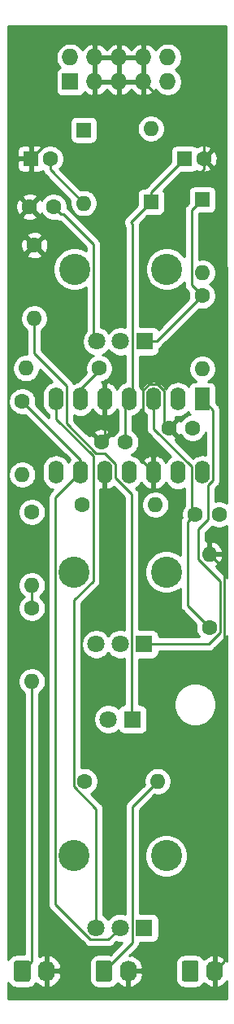
<source format=gbr>
%TF.GenerationSoftware,KiCad,Pcbnew,(5.1.12-1-10_14)*%
%TF.CreationDate,2021-12-12T17:04:58+01:00*%
%TF.ProjectId,envy,656e7679-2e6b-4696-9361-645f70636258,rev?*%
%TF.SameCoordinates,Original*%
%TF.FileFunction,Copper,L1,Top*%
%TF.FilePolarity,Positive*%
%FSLAX46Y46*%
G04 Gerber Fmt 4.6, Leading zero omitted, Abs format (unit mm)*
G04 Created by KiCad (PCBNEW (5.1.12-1-10_14)) date 2021-12-12 17:04:58*
%MOMM*%
%LPD*%
G01*
G04 APERTURE LIST*
%TA.AperFunction,ComponentPad*%
%ADD10R,1.600000X1.600000*%
%TD*%
%TA.AperFunction,ComponentPad*%
%ADD11O,1.600000X1.600000*%
%TD*%
%TA.AperFunction,ComponentPad*%
%ADD12C,1.600000*%
%TD*%
%TA.AperFunction,ComponentPad*%
%ADD13R,1.727200X1.727200*%
%TD*%
%TA.AperFunction,ComponentPad*%
%ADD14O,1.727200X1.727200*%
%TD*%
%TA.AperFunction,ComponentPad*%
%ADD15R,1.800000X1.800000*%
%TD*%
%TA.AperFunction,ComponentPad*%
%ADD16C,1.800000*%
%TD*%
%TA.AperFunction,ComponentPad*%
%ADD17C,3.240000*%
%TD*%
%TA.AperFunction,ComponentPad*%
%ADD18O,1.740000X2.200000*%
%TD*%
%TA.AperFunction,ComponentPad*%
%ADD19R,1.600000X2.400000*%
%TD*%
%TA.AperFunction,ComponentPad*%
%ADD20O,1.600000X2.400000*%
%TD*%
%TA.AperFunction,Conductor*%
%ADD21C,0.250000*%
%TD*%
%TA.AperFunction,Conductor*%
%ADD22C,0.254000*%
%TD*%
%TA.AperFunction,Conductor*%
%ADD23C,0.100000*%
%TD*%
G04 APERTURE END LIST*
D10*
%TO.P,D4,1*%
%TO.N,Net-(D4-Pad1)*%
X76400000Y-45500000D03*
D11*
%TO.P,D4,2*%
%TO.N,Net-(C2-Pad2)*%
X76400000Y-53120000D03*
%TD*%
%TO.P,D3,2*%
%TO.N,Net-(D3-Pad2)*%
X83400000Y-45380000D03*
D10*
%TO.P,D3,1*%
%TO.N,Net-(C1-Pad1)*%
X83400000Y-53000000D03*
%TD*%
%TO.P,C2,1*%
%TO.N,GND*%
X70900000Y-48500000D03*
D12*
%TO.P,C2,2*%
%TO.N,Net-(C2-Pad2)*%
X72900000Y-48500000D03*
%TD*%
%TO.P,C1,2*%
%TO.N,GND*%
X88900000Y-48500000D03*
D10*
%TO.P,C1,1*%
%TO.N,Net-(C1-Pad1)*%
X86900000Y-48500000D03*
%TD*%
D13*
%TO.P,J5,1*%
%TO.N,Net-(D4-Pad1)*%
X75000000Y-40500000D03*
D14*
%TO.P,J5,2*%
X75000000Y-37960000D03*
%TO.P,J5,3*%
%TO.N,GND*%
X77540000Y-40500000D03*
%TO.P,J5,4*%
X77540000Y-37960000D03*
%TO.P,J5,5*%
X80080000Y-40500000D03*
%TO.P,J5,6*%
X80080000Y-37960000D03*
%TO.P,J5,7*%
X82620000Y-40500000D03*
%TO.P,J5,8*%
X82620000Y-37960000D03*
%TO.P,J5,9*%
%TO.N,Net-(D3-Pad2)*%
X85160000Y-40500000D03*
%TO.P,J5,10*%
X85160000Y-37960000D03*
%TD*%
D15*
%TO.P,RV3,1*%
%TO.N,Net-(R2-Pad1)*%
X82700000Y-128500000D03*
D16*
%TO.P,RV3,2*%
X80200000Y-128500000D03*
%TO.P,RV3,3*%
%TO.N,Net-(R9-Pad2)*%
X77700000Y-128500000D03*
D17*
%TO.P,RV3,*%
%TO.N,*%
X75400000Y-121000000D03*
X85000000Y-121000000D03*
%TD*%
D15*
%TO.P,RV1,1*%
%TO.N,Net-(RV1-Pad1)*%
X82700000Y-99000000D03*
D16*
%TO.P,RV1,2*%
%TO.N,Net-(D2-Pad2)*%
X80200000Y-99000000D03*
%TO.P,RV1,3*%
X77700000Y-99000000D03*
D17*
%TO.P,RV1,*%
%TO.N,*%
X75400000Y-91500000D03*
X85000000Y-91500000D03*
%TD*%
%TO.P,RV2,*%
%TO.N,*%
X85050000Y-60000000D03*
X75450000Y-60000000D03*
D16*
%TO.P,RV2,3*%
%TO.N,Net-(C6-Pad1)*%
X77750000Y-67500000D03*
%TO.P,RV2,2*%
%TO.N,Net-(D2-Pad1)*%
X80250000Y-67500000D03*
D15*
%TO.P,RV2,1*%
X82750000Y-67500000D03*
%TD*%
D12*
%TO.P,C3,1*%
%TO.N,Net-(C1-Pad1)*%
X80750000Y-78000000D03*
%TO.P,C3,2*%
%TO.N,GND*%
X78250000Y-78000000D03*
%TD*%
%TO.P,C4,2*%
%TO.N,Net-(C2-Pad2)*%
X87750000Y-76500000D03*
%TO.P,C4,1*%
%TO.N,GND*%
X85250000Y-76500000D03*
%TD*%
%TO.P,C5,1*%
%TO.N,Net-(C5-Pad1)*%
X88000000Y-85500000D03*
%TO.P,C5,2*%
%TO.N,Net-(C5-Pad2)*%
X90500000Y-85500000D03*
%TD*%
%TO.P,C6,2*%
%TO.N,GND*%
X70750000Y-53500000D03*
%TO.P,C6,1*%
%TO.N,Net-(C6-Pad1)*%
X73250000Y-53500000D03*
%TD*%
D15*
%TO.P,D1,1*%
%TO.N,Net-(D1-Pad1)*%
X81500000Y-106800000D03*
D16*
%TO.P,D1,2*%
%TO.N,Net-(D1-Pad2)*%
X78960000Y-106800000D03*
%TD*%
D10*
%TO.P,D2,1*%
%TO.N,Net-(D2-Pad1)*%
X88750000Y-52750000D03*
D11*
%TO.P,D2,2*%
%TO.N,Net-(D2-Pad2)*%
X88750000Y-60370000D03*
%TD*%
%TO.P,IN,1*%
%TO.N,Net-(C5-Pad2)*%
%TA.AperFunction,ComponentPad*%
G36*
G01*
X86630000Y-133850001D02*
X86630000Y-132149999D01*
G75*
G02*
X86879999Y-131900000I249999J0D01*
G01*
X88120001Y-131900000D01*
G75*
G02*
X88370000Y-132149999I0J-249999D01*
G01*
X88370000Y-133850001D01*
G75*
G02*
X88120001Y-134100000I-249999J0D01*
G01*
X86879999Y-134100000D01*
G75*
G02*
X86630000Y-133850001I0J249999D01*
G01*
G37*
%TD.AperFunction*%
D18*
%TO.P,IN,2*%
%TO.N,GND*%
X90040000Y-133000000D03*
%TD*%
%TO.P,J2,2*%
%TO.N,GND*%
X81040000Y-133000000D03*
%TO.P,J2,1*%
%TO.N,Net-(J2-Pad1)*%
%TA.AperFunction,ComponentPad*%
G36*
G01*
X77630000Y-133850001D02*
X77630000Y-132149999D01*
G75*
G02*
X77879999Y-131900000I249999J0D01*
G01*
X79120001Y-131900000D01*
G75*
G02*
X79370000Y-132149999I0J-249999D01*
G01*
X79370000Y-133850001D01*
G75*
G02*
X79120001Y-134100000I-249999J0D01*
G01*
X77879999Y-134100000D01*
G75*
G02*
X77630000Y-133850001I0J249999D01*
G01*
G37*
%TD.AperFunction*%
%TD*%
%TO.P,INV,1*%
%TO.N,Net-(J3-Pad1)*%
%TA.AperFunction,ComponentPad*%
G36*
G01*
X69130000Y-133850001D02*
X69130000Y-132149999D01*
G75*
G02*
X69379999Y-131900000I249999J0D01*
G01*
X70620001Y-131900000D01*
G75*
G02*
X70870000Y-132149999I0J-249999D01*
G01*
X70870000Y-133850001D01*
G75*
G02*
X70620001Y-134100000I-249999J0D01*
G01*
X69379999Y-134100000D01*
G75*
G02*
X69130000Y-133850001I0J249999D01*
G01*
G37*
%TD.AperFunction*%
%TO.P,INV,2*%
%TO.N,GND*%
X72540000Y-133000000D03*
%TD*%
D12*
%TO.P,R1,1*%
%TO.N,Net-(C5-Pad1)*%
X89500000Y-97250000D03*
D11*
%TO.P,R1,2*%
%TO.N,GND*%
X89500000Y-89630000D03*
%TD*%
%TO.P,R2,2*%
%TO.N,Net-(D1-Pad2)*%
X70000000Y-81370000D03*
D12*
%TO.P,R2,1*%
%TO.N,Net-(R2-Pad1)*%
X70000000Y-73750000D03*
%TD*%
D11*
%TO.P,R3,2*%
%TO.N,Net-(D1-Pad1)*%
X71250000Y-65120000D03*
D12*
%TO.P,R3,1*%
%TO.N,GND*%
X71250000Y-57500000D03*
%TD*%
%TO.P,R4,1*%
%TO.N,Net-(D1-Pad2)*%
X76500000Y-113250000D03*
D11*
%TO.P,R4,2*%
%TO.N,Net-(J2-Pad1)*%
X84120000Y-113250000D03*
%TD*%
D12*
%TO.P,R5,1*%
%TO.N,Net-(D1-Pad2)*%
X76250000Y-84500000D03*
D11*
%TO.P,R5,2*%
%TO.N,Net-(R5-Pad2)*%
X83870000Y-84500000D03*
%TD*%
%TO.P,R6,2*%
%TO.N,Net-(R6-Pad2)*%
X71000000Y-92870000D03*
D12*
%TO.P,R6,1*%
%TO.N,Net-(R5-Pad2)*%
X71000000Y-85250000D03*
%TD*%
D11*
%TO.P,R7,2*%
%TO.N,Net-(R7-Pad2)*%
X88750000Y-70370000D03*
D12*
%TO.P,R7,1*%
%TO.N,Net-(D2-Pad1)*%
X88750000Y-62750000D03*
%TD*%
%TO.P,R8,1*%
%TO.N,Net-(R6-Pad2)*%
X71000000Y-95250000D03*
D11*
%TO.P,R8,2*%
%TO.N,Net-(J3-Pad1)*%
X71000000Y-102870000D03*
%TD*%
D12*
%TO.P,R9,1*%
%TO.N,Net-(R7-Pad2)*%
X78000000Y-70300000D03*
D11*
%TO.P,R9,2*%
%TO.N,Net-(R9-Pad2)*%
X70380000Y-70300000D03*
%TD*%
D19*
%TO.P,U1,1*%
%TO.N,Net-(RV1-Pad1)*%
X88750000Y-73500000D03*
D20*
%TO.P,U1,8*%
%TO.N,Net-(D1-Pad2)*%
X73510000Y-81120000D03*
%TO.P,U1,2*%
%TO.N,Net-(RV1-Pad1)*%
X86210000Y-73500000D03*
%TO.P,U1,9*%
%TO.N,Net-(R2-Pad1)*%
X76050000Y-81120000D03*
%TO.P,U1,3*%
%TO.N,Net-(C5-Pad1)*%
X83670000Y-73500000D03*
%TO.P,U1,10*%
%TO.N,GND*%
X78590000Y-81120000D03*
%TO.P,U1,4*%
%TO.N,Net-(C1-Pad1)*%
X81130000Y-73500000D03*
%TO.P,U1,11*%
%TO.N,Net-(C2-Pad2)*%
X81130000Y-81120000D03*
%TO.P,U1,5*%
%TO.N,GND*%
X78590000Y-73500000D03*
%TO.P,U1,12*%
X83670000Y-81120000D03*
%TO.P,U1,6*%
%TO.N,Net-(R7-Pad2)*%
X76050000Y-73500000D03*
%TO.P,U1,13*%
%TO.N,Net-(R5-Pad2)*%
X86210000Y-81120000D03*
%TO.P,U1,7*%
%TO.N,Net-(R9-Pad2)*%
X73510000Y-73500000D03*
%TO.P,U1,14*%
%TO.N,Net-(R6-Pad2)*%
X88750000Y-81120000D03*
%TD*%
D21*
%TO.N,Net-(C1-Pad1)*%
X83400000Y-52000000D02*
X86900000Y-48500000D01*
X83400000Y-53000000D02*
X83400000Y-52000000D01*
X83400000Y-53000000D02*
X81300000Y-55100000D01*
X81475001Y-73154999D02*
X81130000Y-73500000D01*
X81475001Y-55275001D02*
X81475001Y-73154999D01*
X81300000Y-55100000D02*
X81475001Y-55275001D01*
X80750000Y-73880000D02*
X81130000Y-73500000D01*
X80750000Y-78000000D02*
X80750000Y-73880000D01*
%TO.N,Net-(C2-Pad2)*%
X72900000Y-49620000D02*
X72900000Y-48500000D01*
X76400000Y-53120000D02*
X72900000Y-49620000D01*
%TO.N,GND*%
X77540000Y-41860000D02*
X70900000Y-48500000D01*
X77540000Y-40500000D02*
X77540000Y-41860000D01*
X88900000Y-46780000D02*
X88900000Y-48500000D01*
X82620000Y-40500000D02*
X88900000Y-46780000D01*
X88900000Y-49631370D02*
X86500000Y-52031370D01*
X88900000Y-48500000D02*
X88900000Y-49631370D01*
X91075012Y-131964988D02*
X90040000Y-133000000D01*
X91075012Y-91205012D02*
X91075012Y-131964988D01*
X89500000Y-89630000D02*
X91075012Y-91205012D01*
X78590000Y-77660000D02*
X78250000Y-78000000D01*
X78590000Y-73500000D02*
X78590000Y-77660000D01*
X78590000Y-73500000D02*
X78590000Y-72610000D01*
X82544990Y-72634006D02*
X82544990Y-79994990D01*
X83204006Y-71974990D02*
X82544990Y-72634006D01*
X84135994Y-71974990D02*
X83204006Y-71974990D01*
X84795010Y-72634006D02*
X84135994Y-71974990D01*
X82544990Y-79994990D02*
X83670000Y-81120000D01*
X84795010Y-76045010D02*
X84795010Y-72634006D01*
X85250000Y-76500000D02*
X84795010Y-76045010D01*
%TO.N,Net-(C5-Pad1)*%
X87624990Y-80539992D02*
X83670000Y-76585002D01*
X83670000Y-76585002D02*
X83670000Y-73500000D01*
X87624990Y-85124990D02*
X87624990Y-80539992D01*
X88000000Y-85500000D02*
X87624990Y-85124990D01*
X87200001Y-94950001D02*
X87200001Y-86299999D01*
X89500000Y-97250000D02*
X87200001Y-94950001D01*
X87200001Y-86299999D02*
X88000000Y-85500000D01*
%TO.N,Net-(C5-Pad2)*%
X90625001Y-85625001D02*
X90500000Y-85500000D01*
%TO.N,Net-(D1-Pad1)*%
X74635010Y-76050012D02*
X74635010Y-72135010D01*
X77709999Y-79125001D02*
X74635010Y-76050012D01*
X78586005Y-79125001D02*
X77709999Y-79125001D01*
X79715010Y-80254006D02*
X78586005Y-79125001D01*
X81425001Y-106725001D02*
X81425001Y-83406005D01*
X81500000Y-106800000D02*
X81425001Y-106725001D01*
X81425001Y-83406005D02*
X79715010Y-81696014D01*
X79715010Y-81696014D02*
X79715010Y-80254006D01*
X71250000Y-68750000D02*
X71250000Y-65120000D01*
X74635010Y-72135010D02*
X71250000Y-68750000D01*
%TO.N,Net-(J2-Pad1)*%
X81474999Y-115895001D02*
X84120000Y-113250000D01*
X81474999Y-130025001D02*
X81474999Y-115895001D01*
X78500000Y-133000000D02*
X81474999Y-130025001D01*
%TO.N,Net-(J3-Pad1)*%
X71000000Y-132000000D02*
X70000000Y-133000000D01*
X71000000Y-102870000D02*
X71000000Y-132000000D01*
%TO.N,Net-(R6-Pad2)*%
X71000000Y-92870000D02*
X71000000Y-95250000D01*
%TO.N,Net-(R7-Pad2)*%
X76050000Y-72450000D02*
X78000000Y-70500000D01*
X76050000Y-73500000D02*
X76050000Y-72450000D01*
%TO.N,Net-(C6-Pad1)*%
X74049999Y-54299999D02*
X74299999Y-54299999D01*
X73250000Y-53500000D02*
X74049999Y-54299999D01*
X77395001Y-67145001D02*
X77750000Y-67500000D01*
X77395001Y-57395001D02*
X77395001Y-67145001D01*
X74299999Y-54299999D02*
X77395001Y-57395001D01*
%TO.N,Net-(D2-Pad1)*%
X87624999Y-61624999D02*
X88750000Y-62750000D01*
X87624999Y-53875001D02*
X87624999Y-61624999D01*
X88750000Y-52750000D02*
X87624999Y-53875001D01*
X84000000Y-67500000D02*
X88750000Y-62750000D01*
X82750000Y-67500000D02*
X84000000Y-67500000D01*
%TO.N,Net-(R2-Pad1)*%
X73454999Y-126068001D02*
X73454999Y-83715001D01*
X73454999Y-83715001D02*
X76050000Y-81120000D01*
X77111999Y-129725001D02*
X73454999Y-126068001D01*
X78974999Y-129725001D02*
X77111999Y-129725001D01*
X80200000Y-128500000D02*
X78974999Y-129725001D01*
X76050000Y-79800000D02*
X70000000Y-73750000D01*
X76050000Y-81120000D02*
X76050000Y-79800000D01*
%TO.N,Net-(R9-Pad2)*%
X77375001Y-92403601D02*
X77375001Y-79426414D01*
X75374999Y-113790001D02*
X75374999Y-94403603D01*
X77375001Y-79426414D02*
X73510000Y-75561413D01*
X77700000Y-128500000D02*
X77700000Y-116115002D01*
X75374999Y-94403603D02*
X77375001Y-92403601D01*
X73510000Y-75561413D02*
X73510000Y-73500000D01*
X77700000Y-116115002D02*
X75374999Y-113790001D01*
%TO.N,Net-(RV1-Pad1)*%
X89875010Y-74625010D02*
X88750000Y-73500000D01*
X89875010Y-81985994D02*
X89875010Y-74625010D01*
X89374999Y-86040001D02*
X89374999Y-82486005D01*
X89374999Y-82486005D02*
X89875010Y-81985994D01*
X89415002Y-99000000D02*
X90625001Y-97790001D01*
X82700000Y-99000000D02*
X89415002Y-99000000D01*
X88374999Y-87040001D02*
X89374999Y-86040001D01*
X88374999Y-90170001D02*
X88374999Y-87040001D01*
X90625001Y-97790001D02*
X90625001Y-92420003D01*
X90625001Y-92420003D02*
X88374999Y-90170001D01*
%TD*%
D22*
%TO.N,GND*%
X91289074Y-84301383D02*
X91179727Y-84228320D01*
X90918574Y-84120147D01*
X90641335Y-84065000D01*
X90358665Y-84065000D01*
X90134999Y-84109491D01*
X90134999Y-82800806D01*
X90386008Y-82549797D01*
X90415011Y-82525995D01*
X90509984Y-82410270D01*
X90580556Y-82278241D01*
X90624013Y-82134980D01*
X90635010Y-82023327D01*
X90635010Y-82023318D01*
X90638686Y-81985995D01*
X90635010Y-81948672D01*
X90635010Y-74662332D01*
X90638686Y-74625009D01*
X90635010Y-74587686D01*
X90635010Y-74587677D01*
X90624013Y-74476024D01*
X90580556Y-74332763D01*
X90509984Y-74200734D01*
X90494042Y-74181308D01*
X90438809Y-74114006D01*
X90438805Y-74114002D01*
X90415011Y-74085009D01*
X90386018Y-74061215D01*
X90188072Y-73863269D01*
X90188072Y-72300000D01*
X90175812Y-72175518D01*
X90139502Y-72055820D01*
X90080537Y-71945506D01*
X90001185Y-71848815D01*
X89904494Y-71769463D01*
X89794180Y-71710498D01*
X89674482Y-71674188D01*
X89550000Y-71661928D01*
X89380844Y-71661928D01*
X89429727Y-71641680D01*
X89664759Y-71484637D01*
X89864637Y-71284759D01*
X90021680Y-71049727D01*
X90129853Y-70788574D01*
X90185000Y-70511335D01*
X90185000Y-70228665D01*
X90129853Y-69951426D01*
X90021680Y-69690273D01*
X89864637Y-69455241D01*
X89664759Y-69255363D01*
X89429727Y-69098320D01*
X89168574Y-68990147D01*
X88891335Y-68935000D01*
X88608665Y-68935000D01*
X88331426Y-68990147D01*
X88070273Y-69098320D01*
X87835241Y-69255363D01*
X87635363Y-69455241D01*
X87478320Y-69690273D01*
X87370147Y-69951426D01*
X87315000Y-70228665D01*
X87315000Y-70511335D01*
X87370147Y-70788574D01*
X87478320Y-71049727D01*
X87635363Y-71284759D01*
X87835241Y-71484637D01*
X88070273Y-71641680D01*
X88119156Y-71661928D01*
X87950000Y-71661928D01*
X87825518Y-71674188D01*
X87705820Y-71710498D01*
X87595506Y-71769463D01*
X87498815Y-71848815D01*
X87419463Y-71945506D01*
X87360498Y-72055820D01*
X87324188Y-72175518D01*
X87322419Y-72193482D01*
X87229608Y-72080392D01*
X87011101Y-71901068D01*
X86761808Y-71767818D01*
X86491309Y-71685764D01*
X86210000Y-71658057D01*
X85928692Y-71685764D01*
X85658193Y-71767818D01*
X85408900Y-71901068D01*
X85190393Y-72080392D01*
X85011068Y-72298899D01*
X84940000Y-72431858D01*
X84868932Y-72298899D01*
X84689608Y-72080392D01*
X84471101Y-71901068D01*
X84221808Y-71767818D01*
X83951309Y-71685764D01*
X83670000Y-71658057D01*
X83388692Y-71685764D01*
X83118193Y-71767818D01*
X82868900Y-71901068D01*
X82650393Y-72080392D01*
X82471068Y-72298899D01*
X82400000Y-72431858D01*
X82328932Y-72298899D01*
X82235001Y-72184444D01*
X82235001Y-69038072D01*
X83650000Y-69038072D01*
X83774482Y-69025812D01*
X83894180Y-68989502D01*
X84004494Y-68930537D01*
X84101185Y-68851185D01*
X84180537Y-68754494D01*
X84239502Y-68644180D01*
X84275812Y-68524482D01*
X84288072Y-68400000D01*
X84288072Y-68206812D01*
X84292247Y-68205546D01*
X84424276Y-68134974D01*
X84540001Y-68040001D01*
X84563804Y-68010997D01*
X88426115Y-64148688D01*
X88608665Y-64185000D01*
X88891335Y-64185000D01*
X89168574Y-64129853D01*
X89429727Y-64021680D01*
X89664759Y-63864637D01*
X89864637Y-63664759D01*
X90021680Y-63429727D01*
X90129853Y-63168574D01*
X90185000Y-62891335D01*
X90185000Y-62608665D01*
X90129853Y-62331426D01*
X90021680Y-62070273D01*
X89864637Y-61835241D01*
X89664759Y-61635363D01*
X89551970Y-61560000D01*
X89664759Y-61484637D01*
X89864637Y-61284759D01*
X90021680Y-61049727D01*
X90129853Y-60788574D01*
X90185000Y-60511335D01*
X90185000Y-60228665D01*
X90129853Y-59951426D01*
X90021680Y-59690273D01*
X89864637Y-59455241D01*
X89664759Y-59255363D01*
X89429727Y-59098320D01*
X89168574Y-58990147D01*
X88891335Y-58935000D01*
X88608665Y-58935000D01*
X88384999Y-58979491D01*
X88384999Y-54189802D01*
X88386729Y-54188072D01*
X89550000Y-54188072D01*
X89674482Y-54175812D01*
X89794180Y-54139502D01*
X89904494Y-54080537D01*
X90001185Y-54001185D01*
X90080537Y-53904494D01*
X90139502Y-53794180D01*
X90175812Y-53674482D01*
X90188072Y-53550000D01*
X90188072Y-51950000D01*
X90175812Y-51825518D01*
X90139502Y-51705820D01*
X90080537Y-51595506D01*
X90001185Y-51498815D01*
X89904494Y-51419463D01*
X89794180Y-51360498D01*
X89674482Y-51324188D01*
X89550000Y-51311928D01*
X87950000Y-51311928D01*
X87825518Y-51324188D01*
X87705820Y-51360498D01*
X87595506Y-51419463D01*
X87498815Y-51498815D01*
X87419463Y-51595506D01*
X87360498Y-51705820D01*
X87324188Y-51825518D01*
X87311928Y-51950000D01*
X87311928Y-53113271D01*
X87114001Y-53311197D01*
X87084998Y-53335000D01*
X87029870Y-53402175D01*
X86990025Y-53450725D01*
X86942307Y-53539999D01*
X86919453Y-53582755D01*
X86875996Y-53726016D01*
X86864999Y-53837669D01*
X86864999Y-53837679D01*
X86861323Y-53875001D01*
X86864999Y-53912323D01*
X86865000Y-58657446D01*
X86801573Y-58562521D01*
X86487479Y-58248427D01*
X86118143Y-58001645D01*
X85707759Y-57831658D01*
X85272098Y-57745000D01*
X84827902Y-57745000D01*
X84392241Y-57831658D01*
X83981857Y-58001645D01*
X83612521Y-58248427D01*
X83298427Y-58562521D01*
X83051645Y-58931857D01*
X82881658Y-59342241D01*
X82795000Y-59777902D01*
X82795000Y-60222098D01*
X82881658Y-60657759D01*
X83051645Y-61068143D01*
X83298427Y-61437479D01*
X83612521Y-61751573D01*
X83981857Y-61998355D01*
X84392241Y-62168342D01*
X84827902Y-62255000D01*
X85272098Y-62255000D01*
X85707759Y-62168342D01*
X86118143Y-61998355D01*
X86487479Y-61751573D01*
X86801573Y-61437479D01*
X86865000Y-61342554D01*
X86865000Y-61587667D01*
X86861323Y-61624999D01*
X86875997Y-61773984D01*
X86919453Y-61917245D01*
X86990025Y-62049275D01*
X87043987Y-62115027D01*
X87084999Y-62165000D01*
X87113997Y-62188798D01*
X87351312Y-62426113D01*
X87315000Y-62608665D01*
X87315000Y-62891335D01*
X87351312Y-63073885D01*
X84180156Y-66245042D01*
X84101185Y-66148815D01*
X84004494Y-66069463D01*
X83894180Y-66010498D01*
X83774482Y-65974188D01*
X83650000Y-65961928D01*
X82235001Y-65961928D01*
X82235001Y-55312326D01*
X82238677Y-55275001D01*
X82235191Y-55239610D01*
X83036730Y-54438072D01*
X84200000Y-54438072D01*
X84324482Y-54425812D01*
X84444180Y-54389502D01*
X84554494Y-54330537D01*
X84651185Y-54251185D01*
X84730537Y-54154494D01*
X84789502Y-54044180D01*
X84825812Y-53924482D01*
X84838072Y-53800000D01*
X84838072Y-52200000D01*
X84825812Y-52075518D01*
X84789502Y-51955820D01*
X84730537Y-51845506D01*
X84684902Y-51789899D01*
X86536730Y-49938072D01*
X87700000Y-49938072D01*
X87824482Y-49925812D01*
X87944180Y-49889502D01*
X88054494Y-49830537D01*
X88151185Y-49751185D01*
X88161807Y-49738242D01*
X88413996Y-49857571D01*
X88688184Y-49926300D01*
X88970512Y-49940217D01*
X89250130Y-49898787D01*
X89516292Y-49803603D01*
X89641514Y-49736671D01*
X89713097Y-49492702D01*
X88900000Y-48679605D01*
X88885858Y-48693748D01*
X88706253Y-48514143D01*
X88720395Y-48500000D01*
X89079605Y-48500000D01*
X89892702Y-49313097D01*
X90136671Y-49241514D01*
X90257571Y-48986004D01*
X90326300Y-48711816D01*
X90340217Y-48429488D01*
X90298787Y-48149870D01*
X90203603Y-47883708D01*
X90136671Y-47758486D01*
X89892702Y-47686903D01*
X89079605Y-48500000D01*
X88720395Y-48500000D01*
X88706253Y-48485858D01*
X88885858Y-48306253D01*
X88900000Y-48320395D01*
X89713097Y-47507298D01*
X89641514Y-47263329D01*
X89386004Y-47142429D01*
X89111816Y-47073700D01*
X88829488Y-47059783D01*
X88549870Y-47101213D01*
X88283708Y-47196397D01*
X88161691Y-47261616D01*
X88151185Y-47248815D01*
X88054494Y-47169463D01*
X87944180Y-47110498D01*
X87824482Y-47074188D01*
X87700000Y-47061928D01*
X86100000Y-47061928D01*
X85975518Y-47074188D01*
X85855820Y-47110498D01*
X85745506Y-47169463D01*
X85648815Y-47248815D01*
X85569463Y-47345506D01*
X85510498Y-47455820D01*
X85474188Y-47575518D01*
X85461928Y-47700000D01*
X85461928Y-48863270D01*
X82888998Y-51436201D01*
X82860000Y-51459999D01*
X82836202Y-51488997D01*
X82836201Y-51488998D01*
X82776348Y-51561928D01*
X82600000Y-51561928D01*
X82475518Y-51574188D01*
X82355820Y-51610498D01*
X82245506Y-51669463D01*
X82148815Y-51748815D01*
X82069463Y-51845506D01*
X82010498Y-51955820D01*
X81974188Y-52075518D01*
X81961928Y-52200000D01*
X81961928Y-53363270D01*
X80789002Y-54536196D01*
X80759999Y-54559999D01*
X80695430Y-54638677D01*
X80665026Y-54675724D01*
X80594454Y-54807754D01*
X80550998Y-54951015D01*
X80536324Y-55100000D01*
X80550998Y-55248985D01*
X80594454Y-55392246D01*
X80665026Y-55524276D01*
X80715001Y-55585171D01*
X80715002Y-66031138D01*
X80697743Y-66023989D01*
X80401184Y-65965000D01*
X80098816Y-65965000D01*
X79802257Y-66023989D01*
X79522905Y-66139701D01*
X79271495Y-66307688D01*
X79057688Y-66521495D01*
X79000000Y-66607831D01*
X78942312Y-66521495D01*
X78728505Y-66307688D01*
X78477095Y-66139701D01*
X78197743Y-66023989D01*
X78155001Y-66015487D01*
X78155001Y-57432324D01*
X78158677Y-57395001D01*
X78155001Y-57357678D01*
X78155001Y-57357668D01*
X78144004Y-57246015D01*
X78100547Y-57102754D01*
X78029975Y-56970725D01*
X77935002Y-56855000D01*
X77906005Y-56831203D01*
X74863803Y-53789002D01*
X74840000Y-53759998D01*
X74724275Y-53665025D01*
X74684515Y-53643773D01*
X74685000Y-53641335D01*
X74685000Y-53358665D01*
X74629853Y-53081426D01*
X74521680Y-52820273D01*
X74364637Y-52585241D01*
X74164759Y-52385363D01*
X73929727Y-52228320D01*
X73668574Y-52120147D01*
X73391335Y-52065000D01*
X73108665Y-52065000D01*
X72831426Y-52120147D01*
X72570273Y-52228320D01*
X72335241Y-52385363D01*
X72135363Y-52585241D01*
X72001308Y-52785869D01*
X71986671Y-52758486D01*
X71742702Y-52686903D01*
X70929605Y-53500000D01*
X71742702Y-54313097D01*
X71986671Y-54241514D01*
X72000324Y-54212659D01*
X72135363Y-54414759D01*
X72335241Y-54614637D01*
X72570273Y-54771680D01*
X72831426Y-54879853D01*
X73108665Y-54935000D01*
X73391335Y-54935000D01*
X73580022Y-54897467D01*
X73581630Y-54898787D01*
X73625723Y-54934973D01*
X73757752Y-55005545D01*
X73901013Y-55049002D01*
X73982197Y-55056998D01*
X76635001Y-57709803D01*
X76635001Y-58079727D01*
X76518143Y-58001645D01*
X76107759Y-57831658D01*
X75672098Y-57745000D01*
X75227902Y-57745000D01*
X74792241Y-57831658D01*
X74381857Y-58001645D01*
X74012521Y-58248427D01*
X73698427Y-58562521D01*
X73451645Y-58931857D01*
X73281658Y-59342241D01*
X73195000Y-59777902D01*
X73195000Y-60222098D01*
X73281658Y-60657759D01*
X73451645Y-61068143D01*
X73698427Y-61437479D01*
X74012521Y-61751573D01*
X74381857Y-61998355D01*
X74792241Y-62168342D01*
X75227902Y-62255000D01*
X75672098Y-62255000D01*
X76107759Y-62168342D01*
X76518143Y-61998355D01*
X76635001Y-61920273D01*
X76635002Y-66444181D01*
X76557688Y-66521495D01*
X76389701Y-66772905D01*
X76273989Y-67052257D01*
X76215000Y-67348816D01*
X76215000Y-67651184D01*
X76273989Y-67947743D01*
X76389701Y-68227095D01*
X76557688Y-68478505D01*
X76771495Y-68692312D01*
X77022905Y-68860299D01*
X77302257Y-68976011D01*
X77399744Y-68995402D01*
X77320273Y-69028320D01*
X77085241Y-69185363D01*
X76885363Y-69385241D01*
X76728320Y-69620273D01*
X76620147Y-69881426D01*
X76565000Y-70158665D01*
X76565000Y-70441335D01*
X76620147Y-70718574D01*
X76645475Y-70779722D01*
X75726695Y-71698503D01*
X75498193Y-71767818D01*
X75342987Y-71850777D01*
X75340556Y-71842763D01*
X75301376Y-71769463D01*
X75269984Y-71710733D01*
X75198809Y-71624007D01*
X75175011Y-71595009D01*
X75146013Y-71571211D01*
X72010000Y-68435199D01*
X72010000Y-66338043D01*
X72164759Y-66234637D01*
X72364637Y-66034759D01*
X72521680Y-65799727D01*
X72629853Y-65538574D01*
X72685000Y-65261335D01*
X72685000Y-64978665D01*
X72629853Y-64701426D01*
X72521680Y-64440273D01*
X72364637Y-64205241D01*
X72164759Y-64005363D01*
X71929727Y-63848320D01*
X71668574Y-63740147D01*
X71391335Y-63685000D01*
X71108665Y-63685000D01*
X70831426Y-63740147D01*
X70570273Y-63848320D01*
X70335241Y-64005363D01*
X70135363Y-64205241D01*
X69978320Y-64440273D01*
X69870147Y-64701426D01*
X69815000Y-64978665D01*
X69815000Y-65261335D01*
X69870147Y-65538574D01*
X69978320Y-65799727D01*
X70135363Y-66034759D01*
X70335241Y-66234637D01*
X70490001Y-66338044D01*
X70490000Y-68712677D01*
X70486324Y-68750000D01*
X70490000Y-68787322D01*
X70490000Y-68787332D01*
X70497650Y-68865000D01*
X70238665Y-68865000D01*
X69961426Y-68920147D01*
X69700273Y-69028320D01*
X69465241Y-69185363D01*
X69265363Y-69385241D01*
X69108320Y-69620273D01*
X69000147Y-69881426D01*
X68945000Y-70158665D01*
X68945000Y-70441335D01*
X69000147Y-70718574D01*
X69108320Y-70979727D01*
X69265363Y-71214759D01*
X69465241Y-71414637D01*
X69700273Y-71571680D01*
X69961426Y-71679853D01*
X70238665Y-71735000D01*
X70521335Y-71735000D01*
X70798574Y-71679853D01*
X71059727Y-71571680D01*
X71294759Y-71414637D01*
X71494637Y-71214759D01*
X71651680Y-70979727D01*
X71759853Y-70718574D01*
X71815000Y-70441335D01*
X71815000Y-70389801D01*
X73138363Y-71713165D01*
X72958193Y-71767818D01*
X72708900Y-71901068D01*
X72490393Y-72080392D01*
X72311068Y-72298899D01*
X72177818Y-72548192D01*
X72095764Y-72818691D01*
X72075000Y-73029508D01*
X72075000Y-73970491D01*
X72095764Y-74181308D01*
X72177818Y-74451807D01*
X72311068Y-74701100D01*
X72490392Y-74919607D01*
X72708899Y-75098932D01*
X72750000Y-75120901D01*
X72750000Y-75425199D01*
X71398688Y-74073887D01*
X71435000Y-73891335D01*
X71435000Y-73608665D01*
X71379853Y-73331426D01*
X71271680Y-73070273D01*
X71114637Y-72835241D01*
X70914759Y-72635363D01*
X70679727Y-72478320D01*
X70418574Y-72370147D01*
X70141335Y-72315000D01*
X69858665Y-72315000D01*
X69581426Y-72370147D01*
X69320273Y-72478320D01*
X69085241Y-72635363D01*
X68885363Y-72835241D01*
X68728320Y-73070273D01*
X68620147Y-73331426D01*
X68565000Y-73608665D01*
X68565000Y-73891335D01*
X68620147Y-74168574D01*
X68728320Y-74429727D01*
X68885363Y-74664759D01*
X69085241Y-74864637D01*
X69320273Y-75021680D01*
X69581426Y-75129853D01*
X69858665Y-75185000D01*
X70141335Y-75185000D01*
X70323887Y-75148688D01*
X74960615Y-79785417D01*
X74851068Y-79918899D01*
X74780000Y-80051858D01*
X74708932Y-79918899D01*
X74529608Y-79700392D01*
X74311101Y-79521068D01*
X74061808Y-79387818D01*
X73791309Y-79305764D01*
X73510000Y-79278057D01*
X73228692Y-79305764D01*
X72958193Y-79387818D01*
X72708900Y-79521068D01*
X72490393Y-79700392D01*
X72311068Y-79918899D01*
X72177818Y-80168192D01*
X72095764Y-80438691D01*
X72075000Y-80649508D01*
X72075000Y-81590491D01*
X72095764Y-81801308D01*
X72177818Y-82071807D01*
X72311068Y-82321100D01*
X72490392Y-82539607D01*
X72708899Y-82718932D01*
X72958192Y-82852182D01*
X73176726Y-82918473D01*
X72943997Y-83151202D01*
X72914999Y-83175000D01*
X72891201Y-83203998D01*
X72891200Y-83203999D01*
X72820025Y-83290725D01*
X72749453Y-83422755D01*
X72719179Y-83522559D01*
X72709342Y-83554990D01*
X72705997Y-83566016D01*
X72691323Y-83715001D01*
X72695000Y-83752334D01*
X72694999Y-126030679D01*
X72691323Y-126068001D01*
X72694999Y-126105323D01*
X72694999Y-126105333D01*
X72705996Y-126216986D01*
X72749453Y-126360247D01*
X72820025Y-126492277D01*
X72859870Y-126540827D01*
X72914998Y-126608002D01*
X72944002Y-126631805D01*
X76548200Y-130236004D01*
X76571998Y-130265002D01*
X76600996Y-130288800D01*
X76687722Y-130359975D01*
X76819752Y-130430547D01*
X76963013Y-130474004D01*
X77074666Y-130485001D01*
X77074676Y-130485001D01*
X77111999Y-130488677D01*
X77149321Y-130485001D01*
X78937677Y-130485001D01*
X78974999Y-130488677D01*
X79012321Y-130485001D01*
X79012332Y-130485001D01*
X79123985Y-130474004D01*
X79267246Y-130430547D01*
X79399275Y-130359975D01*
X79515000Y-130265002D01*
X79538803Y-130235998D01*
X79791070Y-129983731D01*
X80048816Y-130035000D01*
X80351184Y-130035000D01*
X80399885Y-130025313D01*
X79159391Y-131265808D01*
X79120001Y-131261928D01*
X77879999Y-131261928D01*
X77706745Y-131278992D01*
X77540149Y-131329528D01*
X77386613Y-131411595D01*
X77252038Y-131522038D01*
X77141595Y-131656613D01*
X77059528Y-131810149D01*
X77008992Y-131976745D01*
X76991928Y-132149999D01*
X76991928Y-133850001D01*
X77008992Y-134023255D01*
X77059528Y-134189851D01*
X77141595Y-134343387D01*
X77252038Y-134477962D01*
X77386613Y-134588405D01*
X77540149Y-134670472D01*
X77706745Y-134721008D01*
X77879999Y-134738072D01*
X79120001Y-134738072D01*
X79293255Y-134721008D01*
X79459851Y-134670472D01*
X79613387Y-134588405D01*
X79747962Y-134477962D01*
X79858405Y-134343387D01*
X79916507Y-134234686D01*
X80069506Y-134390536D01*
X80314563Y-134557571D01*
X80587498Y-134673588D01*
X80679969Y-134691302D01*
X80913000Y-134570246D01*
X80913000Y-133127000D01*
X81167000Y-133127000D01*
X81167000Y-134570246D01*
X81400031Y-134691302D01*
X81492502Y-134673588D01*
X81765437Y-134557571D01*
X82010494Y-134390536D01*
X82218256Y-134178903D01*
X82380738Y-133930804D01*
X82491696Y-133655773D01*
X82546866Y-133364380D01*
X82390586Y-133127000D01*
X81167000Y-133127000D01*
X80913000Y-133127000D01*
X80893000Y-133127000D01*
X80893000Y-132873000D01*
X80913000Y-132873000D01*
X80913000Y-132853000D01*
X81167000Y-132853000D01*
X81167000Y-132873000D01*
X82390586Y-132873000D01*
X82546866Y-132635620D01*
X82491696Y-132344227D01*
X82413338Y-132149999D01*
X85991928Y-132149999D01*
X85991928Y-133850001D01*
X86008992Y-134023255D01*
X86059528Y-134189851D01*
X86141595Y-134343387D01*
X86252038Y-134477962D01*
X86386613Y-134588405D01*
X86540149Y-134670472D01*
X86706745Y-134721008D01*
X86879999Y-134738072D01*
X88120001Y-134738072D01*
X88293255Y-134721008D01*
X88459851Y-134670472D01*
X88613387Y-134588405D01*
X88747962Y-134477962D01*
X88858405Y-134343387D01*
X88916507Y-134234686D01*
X89069506Y-134390536D01*
X89314563Y-134557571D01*
X89587498Y-134673588D01*
X89679969Y-134691302D01*
X89913000Y-134570246D01*
X89913000Y-133127000D01*
X89893000Y-133127000D01*
X89893000Y-132873000D01*
X89913000Y-132873000D01*
X89913000Y-131429754D01*
X89679969Y-131308698D01*
X89587498Y-131326412D01*
X89314563Y-131442429D01*
X89069506Y-131609464D01*
X88916507Y-131765314D01*
X88858405Y-131656613D01*
X88747962Y-131522038D01*
X88613387Y-131411595D01*
X88459851Y-131329528D01*
X88293255Y-131278992D01*
X88120001Y-131261928D01*
X86879999Y-131261928D01*
X86706745Y-131278992D01*
X86540149Y-131329528D01*
X86386613Y-131411595D01*
X86252038Y-131522038D01*
X86141595Y-131656613D01*
X86059528Y-131810149D01*
X86008992Y-131976745D01*
X85991928Y-132149999D01*
X82413338Y-132149999D01*
X82380738Y-132069196D01*
X82218256Y-131821097D01*
X82010494Y-131609464D01*
X81765437Y-131442429D01*
X81492502Y-131326412D01*
X81400031Y-131308698D01*
X81167002Y-131429753D01*
X81167002Y-131407800D01*
X81986003Y-130588799D01*
X82015000Y-130565002D01*
X82041331Y-130532918D01*
X82109973Y-130449278D01*
X82180545Y-130317248D01*
X82196393Y-130265002D01*
X82224002Y-130173987D01*
X82234999Y-130062334D01*
X82234999Y-130062324D01*
X82237388Y-130038072D01*
X83600000Y-130038072D01*
X83724482Y-130025812D01*
X83844180Y-129989502D01*
X83954494Y-129930537D01*
X84051185Y-129851185D01*
X84130537Y-129754494D01*
X84189502Y-129644180D01*
X84225812Y-129524482D01*
X84238072Y-129400000D01*
X84238072Y-127600000D01*
X84225812Y-127475518D01*
X84189502Y-127355820D01*
X84130537Y-127245506D01*
X84051185Y-127148815D01*
X83954494Y-127069463D01*
X83844180Y-127010498D01*
X83724482Y-126974188D01*
X83600000Y-126961928D01*
X82234999Y-126961928D01*
X82234999Y-120777902D01*
X82745000Y-120777902D01*
X82745000Y-121222098D01*
X82831658Y-121657759D01*
X83001645Y-122068143D01*
X83248427Y-122437479D01*
X83562521Y-122751573D01*
X83931857Y-122998355D01*
X84342241Y-123168342D01*
X84777902Y-123255000D01*
X85222098Y-123255000D01*
X85657759Y-123168342D01*
X86068143Y-122998355D01*
X86437479Y-122751573D01*
X86751573Y-122437479D01*
X86998355Y-122068143D01*
X87168342Y-121657759D01*
X87255000Y-121222098D01*
X87255000Y-120777902D01*
X87168342Y-120342241D01*
X86998355Y-119931857D01*
X86751573Y-119562521D01*
X86437479Y-119248427D01*
X86068143Y-119001645D01*
X85657759Y-118831658D01*
X85222098Y-118745000D01*
X84777902Y-118745000D01*
X84342241Y-118831658D01*
X83931857Y-119001645D01*
X83562521Y-119248427D01*
X83248427Y-119562521D01*
X83001645Y-119931857D01*
X82831658Y-120342241D01*
X82745000Y-120777902D01*
X82234999Y-120777902D01*
X82234999Y-116209802D01*
X83796114Y-114648688D01*
X83978665Y-114685000D01*
X84261335Y-114685000D01*
X84538574Y-114629853D01*
X84799727Y-114521680D01*
X85034759Y-114364637D01*
X85234637Y-114164759D01*
X85391680Y-113929727D01*
X85499853Y-113668574D01*
X85555000Y-113391335D01*
X85555000Y-113108665D01*
X85499853Y-112831426D01*
X85391680Y-112570273D01*
X85234637Y-112335241D01*
X85034759Y-112135363D01*
X84799727Y-111978320D01*
X84538574Y-111870147D01*
X84261335Y-111815000D01*
X83978665Y-111815000D01*
X83701426Y-111870147D01*
X83440273Y-111978320D01*
X83205241Y-112135363D01*
X83005363Y-112335241D01*
X82848320Y-112570273D01*
X82740147Y-112831426D01*
X82685000Y-113108665D01*
X82685000Y-113391335D01*
X82721312Y-113573886D01*
X80963997Y-115331202D01*
X80934999Y-115355000D01*
X80911201Y-115383998D01*
X80911200Y-115383999D01*
X80840025Y-115470725D01*
X80769453Y-115602755D01*
X80725997Y-115746016D01*
X80711323Y-115895001D01*
X80715000Y-115932333D01*
X80714999Y-127051848D01*
X80647743Y-127023989D01*
X80351184Y-126965000D01*
X80048816Y-126965000D01*
X79752257Y-127023989D01*
X79472905Y-127139701D01*
X79221495Y-127307688D01*
X79007688Y-127521495D01*
X78950000Y-127607831D01*
X78892312Y-127521495D01*
X78678505Y-127307688D01*
X78460000Y-127161687D01*
X78460000Y-116152325D01*
X78463676Y-116115002D01*
X78460000Y-116077679D01*
X78460000Y-116077669D01*
X78449003Y-115966016D01*
X78405546Y-115822755D01*
X78364527Y-115746015D01*
X78334974Y-115690725D01*
X78263799Y-115603999D01*
X78240001Y-115575001D01*
X78211003Y-115551203D01*
X77180778Y-114520978D01*
X77414759Y-114364637D01*
X77614637Y-114164759D01*
X77771680Y-113929727D01*
X77879853Y-113668574D01*
X77935000Y-113391335D01*
X77935000Y-113108665D01*
X77879853Y-112831426D01*
X77771680Y-112570273D01*
X77614637Y-112335241D01*
X77414759Y-112135363D01*
X77179727Y-111978320D01*
X76918574Y-111870147D01*
X76641335Y-111815000D01*
X76358665Y-111815000D01*
X76134999Y-111859491D01*
X76134999Y-94718404D01*
X77886005Y-92967399D01*
X77915002Y-92943602D01*
X77941333Y-92911518D01*
X78009975Y-92827878D01*
X78080547Y-92695848D01*
X78080547Y-92695847D01*
X78124004Y-92552587D01*
X78135001Y-92440934D01*
X78135001Y-92440924D01*
X78138677Y-92403601D01*
X78135001Y-92366278D01*
X78135001Y-82884495D01*
X78158182Y-82894367D01*
X78240961Y-82911904D01*
X78463000Y-82789915D01*
X78463000Y-81247000D01*
X78443000Y-81247000D01*
X78443000Y-80993000D01*
X78463000Y-80993000D01*
X78463000Y-80973000D01*
X78717000Y-80973000D01*
X78717000Y-80993000D01*
X78737000Y-80993000D01*
X78737000Y-81247000D01*
X78717000Y-81247000D01*
X78717000Y-82789915D01*
X78939039Y-82911904D01*
X79021818Y-82894367D01*
X79281646Y-82783715D01*
X79514895Y-82624500D01*
X79541528Y-82597334D01*
X80665002Y-83720809D01*
X80665001Y-97531138D01*
X80647743Y-97523989D01*
X80351184Y-97465000D01*
X80048816Y-97465000D01*
X79752257Y-97523989D01*
X79472905Y-97639701D01*
X79221495Y-97807688D01*
X79007688Y-98021495D01*
X78950000Y-98107831D01*
X78892312Y-98021495D01*
X78678505Y-97807688D01*
X78427095Y-97639701D01*
X78147743Y-97523989D01*
X77851184Y-97465000D01*
X77548816Y-97465000D01*
X77252257Y-97523989D01*
X76972905Y-97639701D01*
X76721495Y-97807688D01*
X76507688Y-98021495D01*
X76339701Y-98272905D01*
X76223989Y-98552257D01*
X76165000Y-98848816D01*
X76165000Y-99151184D01*
X76223989Y-99447743D01*
X76339701Y-99727095D01*
X76507688Y-99978505D01*
X76721495Y-100192312D01*
X76972905Y-100360299D01*
X77252257Y-100476011D01*
X77548816Y-100535000D01*
X77851184Y-100535000D01*
X78147743Y-100476011D01*
X78427095Y-100360299D01*
X78678505Y-100192312D01*
X78892312Y-99978505D01*
X78950000Y-99892169D01*
X79007688Y-99978505D01*
X79221495Y-100192312D01*
X79472905Y-100360299D01*
X79752257Y-100476011D01*
X80048816Y-100535000D01*
X80351184Y-100535000D01*
X80647743Y-100476011D01*
X80665001Y-100468862D01*
X80665001Y-105261928D01*
X80600000Y-105261928D01*
X80475518Y-105274188D01*
X80355820Y-105310498D01*
X80245506Y-105369463D01*
X80148815Y-105448815D01*
X80069463Y-105545506D01*
X80010498Y-105655820D01*
X80004944Y-105674127D01*
X79938505Y-105607688D01*
X79687095Y-105439701D01*
X79407743Y-105323989D01*
X79111184Y-105265000D01*
X78808816Y-105265000D01*
X78512257Y-105323989D01*
X78232905Y-105439701D01*
X77981495Y-105607688D01*
X77767688Y-105821495D01*
X77599701Y-106072905D01*
X77483989Y-106352257D01*
X77425000Y-106648816D01*
X77425000Y-106951184D01*
X77483989Y-107247743D01*
X77599701Y-107527095D01*
X77767688Y-107778505D01*
X77981495Y-107992312D01*
X78232905Y-108160299D01*
X78512257Y-108276011D01*
X78808816Y-108335000D01*
X79111184Y-108335000D01*
X79407743Y-108276011D01*
X79687095Y-108160299D01*
X79938505Y-107992312D01*
X80004944Y-107925873D01*
X80010498Y-107944180D01*
X80069463Y-108054494D01*
X80148815Y-108151185D01*
X80245506Y-108230537D01*
X80355820Y-108289502D01*
X80475518Y-108325812D01*
X80600000Y-108338072D01*
X82400000Y-108338072D01*
X82524482Y-108325812D01*
X82644180Y-108289502D01*
X82754494Y-108230537D01*
X82851185Y-108151185D01*
X82930537Y-108054494D01*
X82989502Y-107944180D01*
X83025812Y-107824482D01*
X83038072Y-107700000D01*
X83038072Y-105900000D01*
X83025812Y-105775518D01*
X82989502Y-105655820D01*
X82930537Y-105545506D01*
X82851185Y-105448815D01*
X82754494Y-105369463D01*
X82644180Y-105310498D01*
X82524482Y-105274188D01*
X82400000Y-105261928D01*
X82185001Y-105261928D01*
X82185001Y-105029872D01*
X85765000Y-105029872D01*
X85765000Y-105470128D01*
X85850890Y-105901925D01*
X86019369Y-106308669D01*
X86263962Y-106674729D01*
X86575271Y-106986038D01*
X86941331Y-107230631D01*
X87348075Y-107399110D01*
X87779872Y-107485000D01*
X88220128Y-107485000D01*
X88651925Y-107399110D01*
X89058669Y-107230631D01*
X89424729Y-106986038D01*
X89736038Y-106674729D01*
X89980631Y-106308669D01*
X90149110Y-105901925D01*
X90235000Y-105470128D01*
X90235000Y-105029872D01*
X90149110Y-104598075D01*
X89980631Y-104191331D01*
X89736038Y-103825271D01*
X89424729Y-103513962D01*
X89058669Y-103269369D01*
X88651925Y-103100890D01*
X88220128Y-103015000D01*
X87779872Y-103015000D01*
X87348075Y-103100890D01*
X86941331Y-103269369D01*
X86575271Y-103513962D01*
X86263962Y-103825271D01*
X86019369Y-104191331D01*
X85850890Y-104598075D01*
X85765000Y-105029872D01*
X82185001Y-105029872D01*
X82185001Y-100538072D01*
X83600000Y-100538072D01*
X83724482Y-100525812D01*
X83844180Y-100489502D01*
X83954494Y-100430537D01*
X84051185Y-100351185D01*
X84130537Y-100254494D01*
X84189502Y-100144180D01*
X84225812Y-100024482D01*
X84238072Y-99900000D01*
X84238072Y-99760000D01*
X89377680Y-99760000D01*
X89415002Y-99763676D01*
X89452324Y-99760000D01*
X89452335Y-99760000D01*
X89563988Y-99749003D01*
X89707249Y-99705546D01*
X89839278Y-99634974D01*
X89955003Y-99540001D01*
X89978806Y-99510997D01*
X91136005Y-98353799D01*
X91165002Y-98330002D01*
X91191333Y-98297918D01*
X91259975Y-98214278D01*
X91302570Y-98134589D01*
X91335610Y-132000288D01*
X91218256Y-131821097D01*
X91010494Y-131609464D01*
X90765437Y-131442429D01*
X90492502Y-131326412D01*
X90400031Y-131308698D01*
X90167000Y-131429754D01*
X90167000Y-132873000D01*
X90187000Y-132873000D01*
X90187000Y-133127000D01*
X90167000Y-133127000D01*
X90167000Y-134570246D01*
X90400031Y-134691302D01*
X90492502Y-134673588D01*
X90765437Y-134557571D01*
X91010494Y-134390536D01*
X91218256Y-134178903D01*
X91337558Y-133996738D01*
X91339356Y-135840000D01*
X68560000Y-135840000D01*
X68560000Y-134190734D01*
X68641595Y-134343387D01*
X68752038Y-134477962D01*
X68886613Y-134588405D01*
X69040149Y-134670472D01*
X69206745Y-134721008D01*
X69379999Y-134738072D01*
X70620001Y-134738072D01*
X70793255Y-134721008D01*
X70959851Y-134670472D01*
X71113387Y-134588405D01*
X71247962Y-134477962D01*
X71358405Y-134343387D01*
X71416507Y-134234686D01*
X71569506Y-134390536D01*
X71814563Y-134557571D01*
X72087498Y-134673588D01*
X72179969Y-134691302D01*
X72413000Y-134570246D01*
X72413000Y-133127000D01*
X72667000Y-133127000D01*
X72667000Y-134570246D01*
X72900031Y-134691302D01*
X72992502Y-134673588D01*
X73265437Y-134557571D01*
X73510494Y-134390536D01*
X73718256Y-134178903D01*
X73880738Y-133930804D01*
X73991696Y-133655773D01*
X74046866Y-133364380D01*
X73890586Y-133127000D01*
X72667000Y-133127000D01*
X72413000Y-133127000D01*
X72393000Y-133127000D01*
X72393000Y-132873000D01*
X72413000Y-132873000D01*
X72413000Y-131429754D01*
X72667000Y-131429754D01*
X72667000Y-132873000D01*
X73890586Y-132873000D01*
X74046866Y-132635620D01*
X73991696Y-132344227D01*
X73880738Y-132069196D01*
X73718256Y-131821097D01*
X73510494Y-131609464D01*
X73265437Y-131442429D01*
X72992502Y-131326412D01*
X72900031Y-131308698D01*
X72667000Y-131429754D01*
X72413000Y-131429754D01*
X72179969Y-131308698D01*
X72087498Y-131326412D01*
X71814563Y-131442429D01*
X71760000Y-131479620D01*
X71760000Y-104088043D01*
X71914759Y-103984637D01*
X72114637Y-103784759D01*
X72271680Y-103549727D01*
X72379853Y-103288574D01*
X72435000Y-103011335D01*
X72435000Y-102728665D01*
X72379853Y-102451426D01*
X72271680Y-102190273D01*
X72114637Y-101955241D01*
X71914759Y-101755363D01*
X71679727Y-101598320D01*
X71418574Y-101490147D01*
X71141335Y-101435000D01*
X70858665Y-101435000D01*
X70581426Y-101490147D01*
X70320273Y-101598320D01*
X70085241Y-101755363D01*
X69885363Y-101955241D01*
X69728320Y-102190273D01*
X69620147Y-102451426D01*
X69565000Y-102728665D01*
X69565000Y-103011335D01*
X69620147Y-103288574D01*
X69728320Y-103549727D01*
X69885363Y-103784759D01*
X70085241Y-103984637D01*
X70240000Y-104088043D01*
X70240001Y-131261928D01*
X69379999Y-131261928D01*
X69206745Y-131278992D01*
X69040149Y-131329528D01*
X68886613Y-131411595D01*
X68752038Y-131522038D01*
X68641595Y-131656613D01*
X68560000Y-131809266D01*
X68560000Y-92728665D01*
X69565000Y-92728665D01*
X69565000Y-93011335D01*
X69620147Y-93288574D01*
X69728320Y-93549727D01*
X69885363Y-93784759D01*
X70085241Y-93984637D01*
X70198030Y-94060000D01*
X70085241Y-94135363D01*
X69885363Y-94335241D01*
X69728320Y-94570273D01*
X69620147Y-94831426D01*
X69565000Y-95108665D01*
X69565000Y-95391335D01*
X69620147Y-95668574D01*
X69728320Y-95929727D01*
X69885363Y-96164759D01*
X70085241Y-96364637D01*
X70320273Y-96521680D01*
X70581426Y-96629853D01*
X70858665Y-96685000D01*
X71141335Y-96685000D01*
X71418574Y-96629853D01*
X71679727Y-96521680D01*
X71914759Y-96364637D01*
X72114637Y-96164759D01*
X72271680Y-95929727D01*
X72379853Y-95668574D01*
X72435000Y-95391335D01*
X72435000Y-95108665D01*
X72379853Y-94831426D01*
X72271680Y-94570273D01*
X72114637Y-94335241D01*
X71914759Y-94135363D01*
X71801970Y-94060000D01*
X71914759Y-93984637D01*
X72114637Y-93784759D01*
X72271680Y-93549727D01*
X72379853Y-93288574D01*
X72435000Y-93011335D01*
X72435000Y-92728665D01*
X72379853Y-92451426D01*
X72271680Y-92190273D01*
X72114637Y-91955241D01*
X71914759Y-91755363D01*
X71679727Y-91598320D01*
X71418574Y-91490147D01*
X71141335Y-91435000D01*
X70858665Y-91435000D01*
X70581426Y-91490147D01*
X70320273Y-91598320D01*
X70085241Y-91755363D01*
X69885363Y-91955241D01*
X69728320Y-92190273D01*
X69620147Y-92451426D01*
X69565000Y-92728665D01*
X68560000Y-92728665D01*
X68560000Y-85108665D01*
X69565000Y-85108665D01*
X69565000Y-85391335D01*
X69620147Y-85668574D01*
X69728320Y-85929727D01*
X69885363Y-86164759D01*
X70085241Y-86364637D01*
X70320273Y-86521680D01*
X70581426Y-86629853D01*
X70858665Y-86685000D01*
X71141335Y-86685000D01*
X71418574Y-86629853D01*
X71679727Y-86521680D01*
X71914759Y-86364637D01*
X72114637Y-86164759D01*
X72271680Y-85929727D01*
X72379853Y-85668574D01*
X72435000Y-85391335D01*
X72435000Y-85108665D01*
X72379853Y-84831426D01*
X72271680Y-84570273D01*
X72114637Y-84335241D01*
X71914759Y-84135363D01*
X71679727Y-83978320D01*
X71418574Y-83870147D01*
X71141335Y-83815000D01*
X70858665Y-83815000D01*
X70581426Y-83870147D01*
X70320273Y-83978320D01*
X70085241Y-84135363D01*
X69885363Y-84335241D01*
X69728320Y-84570273D01*
X69620147Y-84831426D01*
X69565000Y-85108665D01*
X68560000Y-85108665D01*
X68560000Y-81228665D01*
X68565000Y-81228665D01*
X68565000Y-81511335D01*
X68620147Y-81788574D01*
X68728320Y-82049727D01*
X68885363Y-82284759D01*
X69085241Y-82484637D01*
X69320273Y-82641680D01*
X69581426Y-82749853D01*
X69858665Y-82805000D01*
X70141335Y-82805000D01*
X70418574Y-82749853D01*
X70679727Y-82641680D01*
X70914759Y-82484637D01*
X71114637Y-82284759D01*
X71271680Y-82049727D01*
X71379853Y-81788574D01*
X71435000Y-81511335D01*
X71435000Y-81228665D01*
X71379853Y-80951426D01*
X71271680Y-80690273D01*
X71114637Y-80455241D01*
X70914759Y-80255363D01*
X70679727Y-80098320D01*
X70418574Y-79990147D01*
X70141335Y-79935000D01*
X69858665Y-79935000D01*
X69581426Y-79990147D01*
X69320273Y-80098320D01*
X69085241Y-80255363D01*
X68885363Y-80455241D01*
X68728320Y-80690273D01*
X68620147Y-80951426D01*
X68565000Y-81228665D01*
X68560000Y-81228665D01*
X68560000Y-58492702D01*
X70436903Y-58492702D01*
X70508486Y-58736671D01*
X70763996Y-58857571D01*
X71038184Y-58926300D01*
X71320512Y-58940217D01*
X71600130Y-58898787D01*
X71866292Y-58803603D01*
X71991514Y-58736671D01*
X72063097Y-58492702D01*
X71250000Y-57679605D01*
X70436903Y-58492702D01*
X68560000Y-58492702D01*
X68560000Y-57570512D01*
X69809783Y-57570512D01*
X69851213Y-57850130D01*
X69946397Y-58116292D01*
X70013329Y-58241514D01*
X70257298Y-58313097D01*
X71070395Y-57500000D01*
X71429605Y-57500000D01*
X72242702Y-58313097D01*
X72486671Y-58241514D01*
X72607571Y-57986004D01*
X72676300Y-57711816D01*
X72690217Y-57429488D01*
X72648787Y-57149870D01*
X72553603Y-56883708D01*
X72486671Y-56758486D01*
X72242702Y-56686903D01*
X71429605Y-57500000D01*
X71070395Y-57500000D01*
X70257298Y-56686903D01*
X70013329Y-56758486D01*
X69892429Y-57013996D01*
X69823700Y-57288184D01*
X69809783Y-57570512D01*
X68560000Y-57570512D01*
X68560000Y-56507298D01*
X70436903Y-56507298D01*
X71250000Y-57320395D01*
X72063097Y-56507298D01*
X71991514Y-56263329D01*
X71736004Y-56142429D01*
X71461816Y-56073700D01*
X71179488Y-56059783D01*
X70899870Y-56101213D01*
X70633708Y-56196397D01*
X70508486Y-56263329D01*
X70436903Y-56507298D01*
X68560000Y-56507298D01*
X68560000Y-54492702D01*
X69936903Y-54492702D01*
X70008486Y-54736671D01*
X70263996Y-54857571D01*
X70538184Y-54926300D01*
X70820512Y-54940217D01*
X71100130Y-54898787D01*
X71366292Y-54803603D01*
X71491514Y-54736671D01*
X71563097Y-54492702D01*
X70750000Y-53679605D01*
X69936903Y-54492702D01*
X68560000Y-54492702D01*
X68560000Y-53570512D01*
X69309783Y-53570512D01*
X69351213Y-53850130D01*
X69446397Y-54116292D01*
X69513329Y-54241514D01*
X69757298Y-54313097D01*
X70570395Y-53500000D01*
X69757298Y-52686903D01*
X69513329Y-52758486D01*
X69392429Y-53013996D01*
X69323700Y-53288184D01*
X69309783Y-53570512D01*
X68560000Y-53570512D01*
X68560000Y-52507298D01*
X69936903Y-52507298D01*
X70750000Y-53320395D01*
X71563097Y-52507298D01*
X71491514Y-52263329D01*
X71236004Y-52142429D01*
X70961816Y-52073700D01*
X70679488Y-52059783D01*
X70399870Y-52101213D01*
X70133708Y-52196397D01*
X70008486Y-52263329D01*
X69936903Y-52507298D01*
X68560000Y-52507298D01*
X68560000Y-49300000D01*
X69461928Y-49300000D01*
X69474188Y-49424482D01*
X69510498Y-49544180D01*
X69569463Y-49654494D01*
X69648815Y-49751185D01*
X69745506Y-49830537D01*
X69855820Y-49889502D01*
X69975518Y-49925812D01*
X70100000Y-49938072D01*
X70614250Y-49935000D01*
X70773000Y-49776250D01*
X70773000Y-48627000D01*
X69623750Y-48627000D01*
X69465000Y-48785750D01*
X69461928Y-49300000D01*
X68560000Y-49300000D01*
X68560000Y-47700000D01*
X69461928Y-47700000D01*
X69465000Y-48214250D01*
X69623750Y-48373000D01*
X70773000Y-48373000D01*
X70773000Y-47223750D01*
X71027000Y-47223750D01*
X71027000Y-48373000D01*
X71047000Y-48373000D01*
X71047000Y-48627000D01*
X71027000Y-48627000D01*
X71027000Y-49776250D01*
X71185750Y-49935000D01*
X71700000Y-49938072D01*
X71824482Y-49925812D01*
X71944180Y-49889502D01*
X72054494Y-49830537D01*
X72149389Y-49752659D01*
X72150997Y-49768985D01*
X72177869Y-49857571D01*
X72194454Y-49912246D01*
X72265026Y-50044276D01*
X72304871Y-50092826D01*
X72359999Y-50160001D01*
X72389003Y-50183804D01*
X75001312Y-52796115D01*
X74965000Y-52978665D01*
X74965000Y-53261335D01*
X75020147Y-53538574D01*
X75128320Y-53799727D01*
X75285363Y-54034759D01*
X75485241Y-54234637D01*
X75720273Y-54391680D01*
X75981426Y-54499853D01*
X76258665Y-54555000D01*
X76541335Y-54555000D01*
X76818574Y-54499853D01*
X77079727Y-54391680D01*
X77314759Y-54234637D01*
X77514637Y-54034759D01*
X77671680Y-53799727D01*
X77779853Y-53538574D01*
X77835000Y-53261335D01*
X77835000Y-52978665D01*
X77779853Y-52701426D01*
X77671680Y-52440273D01*
X77514637Y-52205241D01*
X77314759Y-52005363D01*
X77079727Y-51848320D01*
X76818574Y-51740147D01*
X76541335Y-51685000D01*
X76258665Y-51685000D01*
X76076115Y-51721312D01*
X73892099Y-49537297D01*
X74014637Y-49414759D01*
X74171680Y-49179727D01*
X74279853Y-48918574D01*
X74335000Y-48641335D01*
X74335000Y-48358665D01*
X74279853Y-48081426D01*
X74171680Y-47820273D01*
X74014637Y-47585241D01*
X73814759Y-47385363D01*
X73579727Y-47228320D01*
X73318574Y-47120147D01*
X73041335Y-47065000D01*
X72758665Y-47065000D01*
X72481426Y-47120147D01*
X72220273Y-47228320D01*
X72164790Y-47265393D01*
X72151185Y-47248815D01*
X72054494Y-47169463D01*
X71944180Y-47110498D01*
X71824482Y-47074188D01*
X71700000Y-47061928D01*
X71185750Y-47065000D01*
X71027000Y-47223750D01*
X70773000Y-47223750D01*
X70614250Y-47065000D01*
X70100000Y-47061928D01*
X69975518Y-47074188D01*
X69855820Y-47110498D01*
X69745506Y-47169463D01*
X69648815Y-47248815D01*
X69569463Y-47345506D01*
X69510498Y-47455820D01*
X69474188Y-47575518D01*
X69461928Y-47700000D01*
X68560000Y-47700000D01*
X68560000Y-44700000D01*
X74961928Y-44700000D01*
X74961928Y-46300000D01*
X74974188Y-46424482D01*
X75010498Y-46544180D01*
X75069463Y-46654494D01*
X75148815Y-46751185D01*
X75245506Y-46830537D01*
X75355820Y-46889502D01*
X75475518Y-46925812D01*
X75600000Y-46938072D01*
X77200000Y-46938072D01*
X77324482Y-46925812D01*
X77444180Y-46889502D01*
X77554494Y-46830537D01*
X77651185Y-46751185D01*
X77730537Y-46654494D01*
X77789502Y-46544180D01*
X77825812Y-46424482D01*
X77838072Y-46300000D01*
X77838072Y-45238665D01*
X81965000Y-45238665D01*
X81965000Y-45521335D01*
X82020147Y-45798574D01*
X82128320Y-46059727D01*
X82285363Y-46294759D01*
X82485241Y-46494637D01*
X82720273Y-46651680D01*
X82981426Y-46759853D01*
X83258665Y-46815000D01*
X83541335Y-46815000D01*
X83818574Y-46759853D01*
X84079727Y-46651680D01*
X84314759Y-46494637D01*
X84514637Y-46294759D01*
X84671680Y-46059727D01*
X84779853Y-45798574D01*
X84835000Y-45521335D01*
X84835000Y-45238665D01*
X84779853Y-44961426D01*
X84671680Y-44700273D01*
X84514637Y-44465241D01*
X84314759Y-44265363D01*
X84079727Y-44108320D01*
X83818574Y-44000147D01*
X83541335Y-43945000D01*
X83258665Y-43945000D01*
X82981426Y-44000147D01*
X82720273Y-44108320D01*
X82485241Y-44265363D01*
X82285363Y-44465241D01*
X82128320Y-44700273D01*
X82020147Y-44961426D01*
X81965000Y-45238665D01*
X77838072Y-45238665D01*
X77838072Y-44700000D01*
X77825812Y-44575518D01*
X77789502Y-44455820D01*
X77730537Y-44345506D01*
X77651185Y-44248815D01*
X77554494Y-44169463D01*
X77444180Y-44110498D01*
X77324482Y-44074188D01*
X77200000Y-44061928D01*
X75600000Y-44061928D01*
X75475518Y-44074188D01*
X75355820Y-44110498D01*
X75245506Y-44169463D01*
X75148815Y-44248815D01*
X75069463Y-44345506D01*
X75010498Y-44455820D01*
X74974188Y-44575518D01*
X74961928Y-44700000D01*
X68560000Y-44700000D01*
X68560000Y-39636400D01*
X73498328Y-39636400D01*
X73498328Y-41363600D01*
X73510588Y-41488082D01*
X73546898Y-41607780D01*
X73605863Y-41718094D01*
X73685215Y-41814785D01*
X73781906Y-41894137D01*
X73892220Y-41953102D01*
X74011918Y-41989412D01*
X74136400Y-42001672D01*
X75863600Y-42001672D01*
X75988082Y-41989412D01*
X76107780Y-41953102D01*
X76218094Y-41894137D01*
X76314785Y-41814785D01*
X76394137Y-41718094D01*
X76453102Y-41607780D01*
X76472624Y-41543426D01*
X76529707Y-41606854D01*
X76765056Y-41782684D01*
X77030186Y-41909222D01*
X77180974Y-41954958D01*
X77413000Y-41833817D01*
X77413000Y-40627000D01*
X77667000Y-40627000D01*
X77667000Y-41833817D01*
X77899026Y-41954958D01*
X78049814Y-41909222D01*
X78314944Y-41782684D01*
X78550293Y-41606854D01*
X78746817Y-41388488D01*
X78810000Y-41282230D01*
X78873183Y-41388488D01*
X79069707Y-41606854D01*
X79305056Y-41782684D01*
X79570186Y-41909222D01*
X79720974Y-41954958D01*
X79953000Y-41833817D01*
X79953000Y-40627000D01*
X80207000Y-40627000D01*
X80207000Y-41833817D01*
X80439026Y-41954958D01*
X80589814Y-41909222D01*
X80854944Y-41782684D01*
X81090293Y-41606854D01*
X81286817Y-41388488D01*
X81350000Y-41282230D01*
X81413183Y-41388488D01*
X81609707Y-41606854D01*
X81845056Y-41782684D01*
X82110186Y-41909222D01*
X82260974Y-41954958D01*
X82493000Y-41833817D01*
X82493000Y-40627000D01*
X80207000Y-40627000D01*
X79953000Y-40627000D01*
X77667000Y-40627000D01*
X77413000Y-40627000D01*
X77393000Y-40627000D01*
X77393000Y-40373000D01*
X77413000Y-40373000D01*
X77413000Y-38087000D01*
X77667000Y-38087000D01*
X77667000Y-40373000D01*
X79953000Y-40373000D01*
X79953000Y-38087000D01*
X80207000Y-38087000D01*
X80207000Y-40373000D01*
X82493000Y-40373000D01*
X82493000Y-38087000D01*
X80207000Y-38087000D01*
X79953000Y-38087000D01*
X77667000Y-38087000D01*
X77413000Y-38087000D01*
X77393000Y-38087000D01*
X77393000Y-37833000D01*
X77413000Y-37833000D01*
X77413000Y-36626183D01*
X77667000Y-36626183D01*
X77667000Y-37833000D01*
X79953000Y-37833000D01*
X79953000Y-36626183D01*
X80207000Y-36626183D01*
X80207000Y-37833000D01*
X82493000Y-37833000D01*
X82493000Y-36626183D01*
X82747000Y-36626183D01*
X82747000Y-37833000D01*
X82767000Y-37833000D01*
X82767000Y-38087000D01*
X82747000Y-38087000D01*
X82747000Y-40373000D01*
X82767000Y-40373000D01*
X82767000Y-40627000D01*
X82747000Y-40627000D01*
X82747000Y-41833817D01*
X82979026Y-41954958D01*
X83129814Y-41909222D01*
X83394944Y-41782684D01*
X83630293Y-41606854D01*
X83826817Y-41388488D01*
X83885441Y-41289897D01*
X83995961Y-41455302D01*
X84204698Y-41664039D01*
X84450147Y-41828042D01*
X84722875Y-41941010D01*
X85012401Y-41998600D01*
X85307599Y-41998600D01*
X85597125Y-41941010D01*
X85869853Y-41828042D01*
X86115302Y-41664039D01*
X86324039Y-41455302D01*
X86488042Y-41209853D01*
X86601010Y-40937125D01*
X86658600Y-40647599D01*
X86658600Y-40352401D01*
X86601010Y-40062875D01*
X86488042Y-39790147D01*
X86324039Y-39544698D01*
X86115302Y-39335961D01*
X85956719Y-39230000D01*
X86115302Y-39124039D01*
X86324039Y-38915302D01*
X86488042Y-38669853D01*
X86601010Y-38397125D01*
X86658600Y-38107599D01*
X86658600Y-37812401D01*
X86601010Y-37522875D01*
X86488042Y-37250147D01*
X86324039Y-37004698D01*
X86115302Y-36795961D01*
X85869853Y-36631958D01*
X85597125Y-36518990D01*
X85307599Y-36461400D01*
X85012401Y-36461400D01*
X84722875Y-36518990D01*
X84450147Y-36631958D01*
X84204698Y-36795961D01*
X83995961Y-37004698D01*
X83885441Y-37170103D01*
X83826817Y-37071512D01*
X83630293Y-36853146D01*
X83394944Y-36677316D01*
X83129814Y-36550778D01*
X82979026Y-36505042D01*
X82747000Y-36626183D01*
X82493000Y-36626183D01*
X82260974Y-36505042D01*
X82110186Y-36550778D01*
X81845056Y-36677316D01*
X81609707Y-36853146D01*
X81413183Y-37071512D01*
X81350000Y-37177770D01*
X81286817Y-37071512D01*
X81090293Y-36853146D01*
X80854944Y-36677316D01*
X80589814Y-36550778D01*
X80439026Y-36505042D01*
X80207000Y-36626183D01*
X79953000Y-36626183D01*
X79720974Y-36505042D01*
X79570186Y-36550778D01*
X79305056Y-36677316D01*
X79069707Y-36853146D01*
X78873183Y-37071512D01*
X78810000Y-37177770D01*
X78746817Y-37071512D01*
X78550293Y-36853146D01*
X78314944Y-36677316D01*
X78049814Y-36550778D01*
X77899026Y-36505042D01*
X77667000Y-36626183D01*
X77413000Y-36626183D01*
X77180974Y-36505042D01*
X77030186Y-36550778D01*
X76765056Y-36677316D01*
X76529707Y-36853146D01*
X76333183Y-37071512D01*
X76274559Y-37170103D01*
X76164039Y-37004698D01*
X75955302Y-36795961D01*
X75709853Y-36631958D01*
X75437125Y-36518990D01*
X75147599Y-36461400D01*
X74852401Y-36461400D01*
X74562875Y-36518990D01*
X74290147Y-36631958D01*
X74044698Y-36795961D01*
X73835961Y-37004698D01*
X73671958Y-37250147D01*
X73558990Y-37522875D01*
X73501400Y-37812401D01*
X73501400Y-38107599D01*
X73558990Y-38397125D01*
X73671958Y-38669853D01*
X73835961Y-38915302D01*
X73950023Y-39029364D01*
X73892220Y-39046898D01*
X73781906Y-39105863D01*
X73685215Y-39185215D01*
X73605863Y-39281906D01*
X73546898Y-39392220D01*
X73510588Y-39511918D01*
X73498328Y-39636400D01*
X68560000Y-39636400D01*
X68560000Y-34660000D01*
X91240644Y-34660000D01*
X91289074Y-84301383D01*
%TA.AperFunction,Conductor*%
D23*
G36*
X91289074Y-84301383D02*
G01*
X91179727Y-84228320D01*
X90918574Y-84120147D01*
X90641335Y-84065000D01*
X90358665Y-84065000D01*
X90134999Y-84109491D01*
X90134999Y-82800806D01*
X90386008Y-82549797D01*
X90415011Y-82525995D01*
X90509984Y-82410270D01*
X90580556Y-82278241D01*
X90624013Y-82134980D01*
X90635010Y-82023327D01*
X90635010Y-82023318D01*
X90638686Y-81985995D01*
X90635010Y-81948672D01*
X90635010Y-74662332D01*
X90638686Y-74625009D01*
X90635010Y-74587686D01*
X90635010Y-74587677D01*
X90624013Y-74476024D01*
X90580556Y-74332763D01*
X90509984Y-74200734D01*
X90494042Y-74181308D01*
X90438809Y-74114006D01*
X90438805Y-74114002D01*
X90415011Y-74085009D01*
X90386018Y-74061215D01*
X90188072Y-73863269D01*
X90188072Y-72300000D01*
X90175812Y-72175518D01*
X90139502Y-72055820D01*
X90080537Y-71945506D01*
X90001185Y-71848815D01*
X89904494Y-71769463D01*
X89794180Y-71710498D01*
X89674482Y-71674188D01*
X89550000Y-71661928D01*
X89380844Y-71661928D01*
X89429727Y-71641680D01*
X89664759Y-71484637D01*
X89864637Y-71284759D01*
X90021680Y-71049727D01*
X90129853Y-70788574D01*
X90185000Y-70511335D01*
X90185000Y-70228665D01*
X90129853Y-69951426D01*
X90021680Y-69690273D01*
X89864637Y-69455241D01*
X89664759Y-69255363D01*
X89429727Y-69098320D01*
X89168574Y-68990147D01*
X88891335Y-68935000D01*
X88608665Y-68935000D01*
X88331426Y-68990147D01*
X88070273Y-69098320D01*
X87835241Y-69255363D01*
X87635363Y-69455241D01*
X87478320Y-69690273D01*
X87370147Y-69951426D01*
X87315000Y-70228665D01*
X87315000Y-70511335D01*
X87370147Y-70788574D01*
X87478320Y-71049727D01*
X87635363Y-71284759D01*
X87835241Y-71484637D01*
X88070273Y-71641680D01*
X88119156Y-71661928D01*
X87950000Y-71661928D01*
X87825518Y-71674188D01*
X87705820Y-71710498D01*
X87595506Y-71769463D01*
X87498815Y-71848815D01*
X87419463Y-71945506D01*
X87360498Y-72055820D01*
X87324188Y-72175518D01*
X87322419Y-72193482D01*
X87229608Y-72080392D01*
X87011101Y-71901068D01*
X86761808Y-71767818D01*
X86491309Y-71685764D01*
X86210000Y-71658057D01*
X85928692Y-71685764D01*
X85658193Y-71767818D01*
X85408900Y-71901068D01*
X85190393Y-72080392D01*
X85011068Y-72298899D01*
X84940000Y-72431858D01*
X84868932Y-72298899D01*
X84689608Y-72080392D01*
X84471101Y-71901068D01*
X84221808Y-71767818D01*
X83951309Y-71685764D01*
X83670000Y-71658057D01*
X83388692Y-71685764D01*
X83118193Y-71767818D01*
X82868900Y-71901068D01*
X82650393Y-72080392D01*
X82471068Y-72298899D01*
X82400000Y-72431858D01*
X82328932Y-72298899D01*
X82235001Y-72184444D01*
X82235001Y-69038072D01*
X83650000Y-69038072D01*
X83774482Y-69025812D01*
X83894180Y-68989502D01*
X84004494Y-68930537D01*
X84101185Y-68851185D01*
X84180537Y-68754494D01*
X84239502Y-68644180D01*
X84275812Y-68524482D01*
X84288072Y-68400000D01*
X84288072Y-68206812D01*
X84292247Y-68205546D01*
X84424276Y-68134974D01*
X84540001Y-68040001D01*
X84563804Y-68010997D01*
X88426115Y-64148688D01*
X88608665Y-64185000D01*
X88891335Y-64185000D01*
X89168574Y-64129853D01*
X89429727Y-64021680D01*
X89664759Y-63864637D01*
X89864637Y-63664759D01*
X90021680Y-63429727D01*
X90129853Y-63168574D01*
X90185000Y-62891335D01*
X90185000Y-62608665D01*
X90129853Y-62331426D01*
X90021680Y-62070273D01*
X89864637Y-61835241D01*
X89664759Y-61635363D01*
X89551970Y-61560000D01*
X89664759Y-61484637D01*
X89864637Y-61284759D01*
X90021680Y-61049727D01*
X90129853Y-60788574D01*
X90185000Y-60511335D01*
X90185000Y-60228665D01*
X90129853Y-59951426D01*
X90021680Y-59690273D01*
X89864637Y-59455241D01*
X89664759Y-59255363D01*
X89429727Y-59098320D01*
X89168574Y-58990147D01*
X88891335Y-58935000D01*
X88608665Y-58935000D01*
X88384999Y-58979491D01*
X88384999Y-54189802D01*
X88386729Y-54188072D01*
X89550000Y-54188072D01*
X89674482Y-54175812D01*
X89794180Y-54139502D01*
X89904494Y-54080537D01*
X90001185Y-54001185D01*
X90080537Y-53904494D01*
X90139502Y-53794180D01*
X90175812Y-53674482D01*
X90188072Y-53550000D01*
X90188072Y-51950000D01*
X90175812Y-51825518D01*
X90139502Y-51705820D01*
X90080537Y-51595506D01*
X90001185Y-51498815D01*
X89904494Y-51419463D01*
X89794180Y-51360498D01*
X89674482Y-51324188D01*
X89550000Y-51311928D01*
X87950000Y-51311928D01*
X87825518Y-51324188D01*
X87705820Y-51360498D01*
X87595506Y-51419463D01*
X87498815Y-51498815D01*
X87419463Y-51595506D01*
X87360498Y-51705820D01*
X87324188Y-51825518D01*
X87311928Y-51950000D01*
X87311928Y-53113271D01*
X87114001Y-53311197D01*
X87084998Y-53335000D01*
X87029870Y-53402175D01*
X86990025Y-53450725D01*
X86942307Y-53539999D01*
X86919453Y-53582755D01*
X86875996Y-53726016D01*
X86864999Y-53837669D01*
X86864999Y-53837679D01*
X86861323Y-53875001D01*
X86864999Y-53912323D01*
X86865000Y-58657446D01*
X86801573Y-58562521D01*
X86487479Y-58248427D01*
X86118143Y-58001645D01*
X85707759Y-57831658D01*
X85272098Y-57745000D01*
X84827902Y-57745000D01*
X84392241Y-57831658D01*
X83981857Y-58001645D01*
X83612521Y-58248427D01*
X83298427Y-58562521D01*
X83051645Y-58931857D01*
X82881658Y-59342241D01*
X82795000Y-59777902D01*
X82795000Y-60222098D01*
X82881658Y-60657759D01*
X83051645Y-61068143D01*
X83298427Y-61437479D01*
X83612521Y-61751573D01*
X83981857Y-61998355D01*
X84392241Y-62168342D01*
X84827902Y-62255000D01*
X85272098Y-62255000D01*
X85707759Y-62168342D01*
X86118143Y-61998355D01*
X86487479Y-61751573D01*
X86801573Y-61437479D01*
X86865000Y-61342554D01*
X86865000Y-61587667D01*
X86861323Y-61624999D01*
X86875997Y-61773984D01*
X86919453Y-61917245D01*
X86990025Y-62049275D01*
X87043987Y-62115027D01*
X87084999Y-62165000D01*
X87113997Y-62188798D01*
X87351312Y-62426113D01*
X87315000Y-62608665D01*
X87315000Y-62891335D01*
X87351312Y-63073885D01*
X84180156Y-66245042D01*
X84101185Y-66148815D01*
X84004494Y-66069463D01*
X83894180Y-66010498D01*
X83774482Y-65974188D01*
X83650000Y-65961928D01*
X82235001Y-65961928D01*
X82235001Y-55312326D01*
X82238677Y-55275001D01*
X82235191Y-55239610D01*
X83036730Y-54438072D01*
X84200000Y-54438072D01*
X84324482Y-54425812D01*
X84444180Y-54389502D01*
X84554494Y-54330537D01*
X84651185Y-54251185D01*
X84730537Y-54154494D01*
X84789502Y-54044180D01*
X84825812Y-53924482D01*
X84838072Y-53800000D01*
X84838072Y-52200000D01*
X84825812Y-52075518D01*
X84789502Y-51955820D01*
X84730537Y-51845506D01*
X84684902Y-51789899D01*
X86536730Y-49938072D01*
X87700000Y-49938072D01*
X87824482Y-49925812D01*
X87944180Y-49889502D01*
X88054494Y-49830537D01*
X88151185Y-49751185D01*
X88161807Y-49738242D01*
X88413996Y-49857571D01*
X88688184Y-49926300D01*
X88970512Y-49940217D01*
X89250130Y-49898787D01*
X89516292Y-49803603D01*
X89641514Y-49736671D01*
X89713097Y-49492702D01*
X88900000Y-48679605D01*
X88885858Y-48693748D01*
X88706253Y-48514143D01*
X88720395Y-48500000D01*
X89079605Y-48500000D01*
X89892702Y-49313097D01*
X90136671Y-49241514D01*
X90257571Y-48986004D01*
X90326300Y-48711816D01*
X90340217Y-48429488D01*
X90298787Y-48149870D01*
X90203603Y-47883708D01*
X90136671Y-47758486D01*
X89892702Y-47686903D01*
X89079605Y-48500000D01*
X88720395Y-48500000D01*
X88706253Y-48485858D01*
X88885858Y-48306253D01*
X88900000Y-48320395D01*
X89713097Y-47507298D01*
X89641514Y-47263329D01*
X89386004Y-47142429D01*
X89111816Y-47073700D01*
X88829488Y-47059783D01*
X88549870Y-47101213D01*
X88283708Y-47196397D01*
X88161691Y-47261616D01*
X88151185Y-47248815D01*
X88054494Y-47169463D01*
X87944180Y-47110498D01*
X87824482Y-47074188D01*
X87700000Y-47061928D01*
X86100000Y-47061928D01*
X85975518Y-47074188D01*
X85855820Y-47110498D01*
X85745506Y-47169463D01*
X85648815Y-47248815D01*
X85569463Y-47345506D01*
X85510498Y-47455820D01*
X85474188Y-47575518D01*
X85461928Y-47700000D01*
X85461928Y-48863270D01*
X82888998Y-51436201D01*
X82860000Y-51459999D01*
X82836202Y-51488997D01*
X82836201Y-51488998D01*
X82776348Y-51561928D01*
X82600000Y-51561928D01*
X82475518Y-51574188D01*
X82355820Y-51610498D01*
X82245506Y-51669463D01*
X82148815Y-51748815D01*
X82069463Y-51845506D01*
X82010498Y-51955820D01*
X81974188Y-52075518D01*
X81961928Y-52200000D01*
X81961928Y-53363270D01*
X80789002Y-54536196D01*
X80759999Y-54559999D01*
X80695430Y-54638677D01*
X80665026Y-54675724D01*
X80594454Y-54807754D01*
X80550998Y-54951015D01*
X80536324Y-55100000D01*
X80550998Y-55248985D01*
X80594454Y-55392246D01*
X80665026Y-55524276D01*
X80715001Y-55585171D01*
X80715002Y-66031138D01*
X80697743Y-66023989D01*
X80401184Y-65965000D01*
X80098816Y-65965000D01*
X79802257Y-66023989D01*
X79522905Y-66139701D01*
X79271495Y-66307688D01*
X79057688Y-66521495D01*
X79000000Y-66607831D01*
X78942312Y-66521495D01*
X78728505Y-66307688D01*
X78477095Y-66139701D01*
X78197743Y-66023989D01*
X78155001Y-66015487D01*
X78155001Y-57432324D01*
X78158677Y-57395001D01*
X78155001Y-57357678D01*
X78155001Y-57357668D01*
X78144004Y-57246015D01*
X78100547Y-57102754D01*
X78029975Y-56970725D01*
X77935002Y-56855000D01*
X77906005Y-56831203D01*
X74863803Y-53789002D01*
X74840000Y-53759998D01*
X74724275Y-53665025D01*
X74684515Y-53643773D01*
X74685000Y-53641335D01*
X74685000Y-53358665D01*
X74629853Y-53081426D01*
X74521680Y-52820273D01*
X74364637Y-52585241D01*
X74164759Y-52385363D01*
X73929727Y-52228320D01*
X73668574Y-52120147D01*
X73391335Y-52065000D01*
X73108665Y-52065000D01*
X72831426Y-52120147D01*
X72570273Y-52228320D01*
X72335241Y-52385363D01*
X72135363Y-52585241D01*
X72001308Y-52785869D01*
X71986671Y-52758486D01*
X71742702Y-52686903D01*
X70929605Y-53500000D01*
X71742702Y-54313097D01*
X71986671Y-54241514D01*
X72000324Y-54212659D01*
X72135363Y-54414759D01*
X72335241Y-54614637D01*
X72570273Y-54771680D01*
X72831426Y-54879853D01*
X73108665Y-54935000D01*
X73391335Y-54935000D01*
X73580022Y-54897467D01*
X73581630Y-54898787D01*
X73625723Y-54934973D01*
X73757752Y-55005545D01*
X73901013Y-55049002D01*
X73982197Y-55056998D01*
X76635001Y-57709803D01*
X76635001Y-58079727D01*
X76518143Y-58001645D01*
X76107759Y-57831658D01*
X75672098Y-57745000D01*
X75227902Y-57745000D01*
X74792241Y-57831658D01*
X74381857Y-58001645D01*
X74012521Y-58248427D01*
X73698427Y-58562521D01*
X73451645Y-58931857D01*
X73281658Y-59342241D01*
X73195000Y-59777902D01*
X73195000Y-60222098D01*
X73281658Y-60657759D01*
X73451645Y-61068143D01*
X73698427Y-61437479D01*
X74012521Y-61751573D01*
X74381857Y-61998355D01*
X74792241Y-62168342D01*
X75227902Y-62255000D01*
X75672098Y-62255000D01*
X76107759Y-62168342D01*
X76518143Y-61998355D01*
X76635001Y-61920273D01*
X76635002Y-66444181D01*
X76557688Y-66521495D01*
X76389701Y-66772905D01*
X76273989Y-67052257D01*
X76215000Y-67348816D01*
X76215000Y-67651184D01*
X76273989Y-67947743D01*
X76389701Y-68227095D01*
X76557688Y-68478505D01*
X76771495Y-68692312D01*
X77022905Y-68860299D01*
X77302257Y-68976011D01*
X77399744Y-68995402D01*
X77320273Y-69028320D01*
X77085241Y-69185363D01*
X76885363Y-69385241D01*
X76728320Y-69620273D01*
X76620147Y-69881426D01*
X76565000Y-70158665D01*
X76565000Y-70441335D01*
X76620147Y-70718574D01*
X76645475Y-70779722D01*
X75726695Y-71698503D01*
X75498193Y-71767818D01*
X75342987Y-71850777D01*
X75340556Y-71842763D01*
X75301376Y-71769463D01*
X75269984Y-71710733D01*
X75198809Y-71624007D01*
X75175011Y-71595009D01*
X75146013Y-71571211D01*
X72010000Y-68435199D01*
X72010000Y-66338043D01*
X72164759Y-66234637D01*
X72364637Y-66034759D01*
X72521680Y-65799727D01*
X72629853Y-65538574D01*
X72685000Y-65261335D01*
X72685000Y-64978665D01*
X72629853Y-64701426D01*
X72521680Y-64440273D01*
X72364637Y-64205241D01*
X72164759Y-64005363D01*
X71929727Y-63848320D01*
X71668574Y-63740147D01*
X71391335Y-63685000D01*
X71108665Y-63685000D01*
X70831426Y-63740147D01*
X70570273Y-63848320D01*
X70335241Y-64005363D01*
X70135363Y-64205241D01*
X69978320Y-64440273D01*
X69870147Y-64701426D01*
X69815000Y-64978665D01*
X69815000Y-65261335D01*
X69870147Y-65538574D01*
X69978320Y-65799727D01*
X70135363Y-66034759D01*
X70335241Y-66234637D01*
X70490001Y-66338044D01*
X70490000Y-68712677D01*
X70486324Y-68750000D01*
X70490000Y-68787322D01*
X70490000Y-68787332D01*
X70497650Y-68865000D01*
X70238665Y-68865000D01*
X69961426Y-68920147D01*
X69700273Y-69028320D01*
X69465241Y-69185363D01*
X69265363Y-69385241D01*
X69108320Y-69620273D01*
X69000147Y-69881426D01*
X68945000Y-70158665D01*
X68945000Y-70441335D01*
X69000147Y-70718574D01*
X69108320Y-70979727D01*
X69265363Y-71214759D01*
X69465241Y-71414637D01*
X69700273Y-71571680D01*
X69961426Y-71679853D01*
X70238665Y-71735000D01*
X70521335Y-71735000D01*
X70798574Y-71679853D01*
X71059727Y-71571680D01*
X71294759Y-71414637D01*
X71494637Y-71214759D01*
X71651680Y-70979727D01*
X71759853Y-70718574D01*
X71815000Y-70441335D01*
X71815000Y-70389801D01*
X73138363Y-71713165D01*
X72958193Y-71767818D01*
X72708900Y-71901068D01*
X72490393Y-72080392D01*
X72311068Y-72298899D01*
X72177818Y-72548192D01*
X72095764Y-72818691D01*
X72075000Y-73029508D01*
X72075000Y-73970491D01*
X72095764Y-74181308D01*
X72177818Y-74451807D01*
X72311068Y-74701100D01*
X72490392Y-74919607D01*
X72708899Y-75098932D01*
X72750000Y-75120901D01*
X72750000Y-75425199D01*
X71398688Y-74073887D01*
X71435000Y-73891335D01*
X71435000Y-73608665D01*
X71379853Y-73331426D01*
X71271680Y-73070273D01*
X71114637Y-72835241D01*
X70914759Y-72635363D01*
X70679727Y-72478320D01*
X70418574Y-72370147D01*
X70141335Y-72315000D01*
X69858665Y-72315000D01*
X69581426Y-72370147D01*
X69320273Y-72478320D01*
X69085241Y-72635363D01*
X68885363Y-72835241D01*
X68728320Y-73070273D01*
X68620147Y-73331426D01*
X68565000Y-73608665D01*
X68565000Y-73891335D01*
X68620147Y-74168574D01*
X68728320Y-74429727D01*
X68885363Y-74664759D01*
X69085241Y-74864637D01*
X69320273Y-75021680D01*
X69581426Y-75129853D01*
X69858665Y-75185000D01*
X70141335Y-75185000D01*
X70323887Y-75148688D01*
X74960615Y-79785417D01*
X74851068Y-79918899D01*
X74780000Y-80051858D01*
X74708932Y-79918899D01*
X74529608Y-79700392D01*
X74311101Y-79521068D01*
X74061808Y-79387818D01*
X73791309Y-79305764D01*
X73510000Y-79278057D01*
X73228692Y-79305764D01*
X72958193Y-79387818D01*
X72708900Y-79521068D01*
X72490393Y-79700392D01*
X72311068Y-79918899D01*
X72177818Y-80168192D01*
X72095764Y-80438691D01*
X72075000Y-80649508D01*
X72075000Y-81590491D01*
X72095764Y-81801308D01*
X72177818Y-82071807D01*
X72311068Y-82321100D01*
X72490392Y-82539607D01*
X72708899Y-82718932D01*
X72958192Y-82852182D01*
X73176726Y-82918473D01*
X72943997Y-83151202D01*
X72914999Y-83175000D01*
X72891201Y-83203998D01*
X72891200Y-83203999D01*
X72820025Y-83290725D01*
X72749453Y-83422755D01*
X72719179Y-83522559D01*
X72709342Y-83554990D01*
X72705997Y-83566016D01*
X72691323Y-83715001D01*
X72695000Y-83752334D01*
X72694999Y-126030679D01*
X72691323Y-126068001D01*
X72694999Y-126105323D01*
X72694999Y-126105333D01*
X72705996Y-126216986D01*
X72749453Y-126360247D01*
X72820025Y-126492277D01*
X72859870Y-126540827D01*
X72914998Y-126608002D01*
X72944002Y-126631805D01*
X76548200Y-130236004D01*
X76571998Y-130265002D01*
X76600996Y-130288800D01*
X76687722Y-130359975D01*
X76819752Y-130430547D01*
X76963013Y-130474004D01*
X77074666Y-130485001D01*
X77074676Y-130485001D01*
X77111999Y-130488677D01*
X77149321Y-130485001D01*
X78937677Y-130485001D01*
X78974999Y-130488677D01*
X79012321Y-130485001D01*
X79012332Y-130485001D01*
X79123985Y-130474004D01*
X79267246Y-130430547D01*
X79399275Y-130359975D01*
X79515000Y-130265002D01*
X79538803Y-130235998D01*
X79791070Y-129983731D01*
X80048816Y-130035000D01*
X80351184Y-130035000D01*
X80399885Y-130025313D01*
X79159391Y-131265808D01*
X79120001Y-131261928D01*
X77879999Y-131261928D01*
X77706745Y-131278992D01*
X77540149Y-131329528D01*
X77386613Y-131411595D01*
X77252038Y-131522038D01*
X77141595Y-131656613D01*
X77059528Y-131810149D01*
X77008992Y-131976745D01*
X76991928Y-132149999D01*
X76991928Y-133850001D01*
X77008992Y-134023255D01*
X77059528Y-134189851D01*
X77141595Y-134343387D01*
X77252038Y-134477962D01*
X77386613Y-134588405D01*
X77540149Y-134670472D01*
X77706745Y-134721008D01*
X77879999Y-134738072D01*
X79120001Y-134738072D01*
X79293255Y-134721008D01*
X79459851Y-134670472D01*
X79613387Y-134588405D01*
X79747962Y-134477962D01*
X79858405Y-134343387D01*
X79916507Y-134234686D01*
X80069506Y-134390536D01*
X80314563Y-134557571D01*
X80587498Y-134673588D01*
X80679969Y-134691302D01*
X80913000Y-134570246D01*
X80913000Y-133127000D01*
X81167000Y-133127000D01*
X81167000Y-134570246D01*
X81400031Y-134691302D01*
X81492502Y-134673588D01*
X81765437Y-134557571D01*
X82010494Y-134390536D01*
X82218256Y-134178903D01*
X82380738Y-133930804D01*
X82491696Y-133655773D01*
X82546866Y-133364380D01*
X82390586Y-133127000D01*
X81167000Y-133127000D01*
X80913000Y-133127000D01*
X80893000Y-133127000D01*
X80893000Y-132873000D01*
X80913000Y-132873000D01*
X80913000Y-132853000D01*
X81167000Y-132853000D01*
X81167000Y-132873000D01*
X82390586Y-132873000D01*
X82546866Y-132635620D01*
X82491696Y-132344227D01*
X82413338Y-132149999D01*
X85991928Y-132149999D01*
X85991928Y-133850001D01*
X86008992Y-134023255D01*
X86059528Y-134189851D01*
X86141595Y-134343387D01*
X86252038Y-134477962D01*
X86386613Y-134588405D01*
X86540149Y-134670472D01*
X86706745Y-134721008D01*
X86879999Y-134738072D01*
X88120001Y-134738072D01*
X88293255Y-134721008D01*
X88459851Y-134670472D01*
X88613387Y-134588405D01*
X88747962Y-134477962D01*
X88858405Y-134343387D01*
X88916507Y-134234686D01*
X89069506Y-134390536D01*
X89314563Y-134557571D01*
X89587498Y-134673588D01*
X89679969Y-134691302D01*
X89913000Y-134570246D01*
X89913000Y-133127000D01*
X89893000Y-133127000D01*
X89893000Y-132873000D01*
X89913000Y-132873000D01*
X89913000Y-131429754D01*
X89679969Y-131308698D01*
X89587498Y-131326412D01*
X89314563Y-131442429D01*
X89069506Y-131609464D01*
X88916507Y-131765314D01*
X88858405Y-131656613D01*
X88747962Y-131522038D01*
X88613387Y-131411595D01*
X88459851Y-131329528D01*
X88293255Y-131278992D01*
X88120001Y-131261928D01*
X86879999Y-131261928D01*
X86706745Y-131278992D01*
X86540149Y-131329528D01*
X86386613Y-131411595D01*
X86252038Y-131522038D01*
X86141595Y-131656613D01*
X86059528Y-131810149D01*
X86008992Y-131976745D01*
X85991928Y-132149999D01*
X82413338Y-132149999D01*
X82380738Y-132069196D01*
X82218256Y-131821097D01*
X82010494Y-131609464D01*
X81765437Y-131442429D01*
X81492502Y-131326412D01*
X81400031Y-131308698D01*
X81167002Y-131429753D01*
X81167002Y-131407800D01*
X81986003Y-130588799D01*
X82015000Y-130565002D01*
X82041331Y-130532918D01*
X82109973Y-130449278D01*
X82180545Y-130317248D01*
X82196393Y-130265002D01*
X82224002Y-130173987D01*
X82234999Y-130062334D01*
X82234999Y-130062324D01*
X82237388Y-130038072D01*
X83600000Y-130038072D01*
X83724482Y-130025812D01*
X83844180Y-129989502D01*
X83954494Y-129930537D01*
X84051185Y-129851185D01*
X84130537Y-129754494D01*
X84189502Y-129644180D01*
X84225812Y-129524482D01*
X84238072Y-129400000D01*
X84238072Y-127600000D01*
X84225812Y-127475518D01*
X84189502Y-127355820D01*
X84130537Y-127245506D01*
X84051185Y-127148815D01*
X83954494Y-127069463D01*
X83844180Y-127010498D01*
X83724482Y-126974188D01*
X83600000Y-126961928D01*
X82234999Y-126961928D01*
X82234999Y-120777902D01*
X82745000Y-120777902D01*
X82745000Y-121222098D01*
X82831658Y-121657759D01*
X83001645Y-122068143D01*
X83248427Y-122437479D01*
X83562521Y-122751573D01*
X83931857Y-122998355D01*
X84342241Y-123168342D01*
X84777902Y-123255000D01*
X85222098Y-123255000D01*
X85657759Y-123168342D01*
X86068143Y-122998355D01*
X86437479Y-122751573D01*
X86751573Y-122437479D01*
X86998355Y-122068143D01*
X87168342Y-121657759D01*
X87255000Y-121222098D01*
X87255000Y-120777902D01*
X87168342Y-120342241D01*
X86998355Y-119931857D01*
X86751573Y-119562521D01*
X86437479Y-119248427D01*
X86068143Y-119001645D01*
X85657759Y-118831658D01*
X85222098Y-118745000D01*
X84777902Y-118745000D01*
X84342241Y-118831658D01*
X83931857Y-119001645D01*
X83562521Y-119248427D01*
X83248427Y-119562521D01*
X83001645Y-119931857D01*
X82831658Y-120342241D01*
X82745000Y-120777902D01*
X82234999Y-120777902D01*
X82234999Y-116209802D01*
X83796114Y-114648688D01*
X83978665Y-114685000D01*
X84261335Y-114685000D01*
X84538574Y-114629853D01*
X84799727Y-114521680D01*
X85034759Y-114364637D01*
X85234637Y-114164759D01*
X85391680Y-113929727D01*
X85499853Y-113668574D01*
X85555000Y-113391335D01*
X85555000Y-113108665D01*
X85499853Y-112831426D01*
X85391680Y-112570273D01*
X85234637Y-112335241D01*
X85034759Y-112135363D01*
X84799727Y-111978320D01*
X84538574Y-111870147D01*
X84261335Y-111815000D01*
X83978665Y-111815000D01*
X83701426Y-111870147D01*
X83440273Y-111978320D01*
X83205241Y-112135363D01*
X83005363Y-112335241D01*
X82848320Y-112570273D01*
X82740147Y-112831426D01*
X82685000Y-113108665D01*
X82685000Y-113391335D01*
X82721312Y-113573886D01*
X80963997Y-115331202D01*
X80934999Y-115355000D01*
X80911201Y-115383998D01*
X80911200Y-115383999D01*
X80840025Y-115470725D01*
X80769453Y-115602755D01*
X80725997Y-115746016D01*
X80711323Y-115895001D01*
X80715000Y-115932333D01*
X80714999Y-127051848D01*
X80647743Y-127023989D01*
X80351184Y-126965000D01*
X80048816Y-126965000D01*
X79752257Y-127023989D01*
X79472905Y-127139701D01*
X79221495Y-127307688D01*
X79007688Y-127521495D01*
X78950000Y-127607831D01*
X78892312Y-127521495D01*
X78678505Y-127307688D01*
X78460000Y-127161687D01*
X78460000Y-116152325D01*
X78463676Y-116115002D01*
X78460000Y-116077679D01*
X78460000Y-116077669D01*
X78449003Y-115966016D01*
X78405546Y-115822755D01*
X78364527Y-115746015D01*
X78334974Y-115690725D01*
X78263799Y-115603999D01*
X78240001Y-115575001D01*
X78211003Y-115551203D01*
X77180778Y-114520978D01*
X77414759Y-114364637D01*
X77614637Y-114164759D01*
X77771680Y-113929727D01*
X77879853Y-113668574D01*
X77935000Y-113391335D01*
X77935000Y-113108665D01*
X77879853Y-112831426D01*
X77771680Y-112570273D01*
X77614637Y-112335241D01*
X77414759Y-112135363D01*
X77179727Y-111978320D01*
X76918574Y-111870147D01*
X76641335Y-111815000D01*
X76358665Y-111815000D01*
X76134999Y-111859491D01*
X76134999Y-94718404D01*
X77886005Y-92967399D01*
X77915002Y-92943602D01*
X77941333Y-92911518D01*
X78009975Y-92827878D01*
X78080547Y-92695848D01*
X78080547Y-92695847D01*
X78124004Y-92552587D01*
X78135001Y-92440934D01*
X78135001Y-92440924D01*
X78138677Y-92403601D01*
X78135001Y-92366278D01*
X78135001Y-82884495D01*
X78158182Y-82894367D01*
X78240961Y-82911904D01*
X78463000Y-82789915D01*
X78463000Y-81247000D01*
X78443000Y-81247000D01*
X78443000Y-80993000D01*
X78463000Y-80993000D01*
X78463000Y-80973000D01*
X78717000Y-80973000D01*
X78717000Y-80993000D01*
X78737000Y-80993000D01*
X78737000Y-81247000D01*
X78717000Y-81247000D01*
X78717000Y-82789915D01*
X78939039Y-82911904D01*
X79021818Y-82894367D01*
X79281646Y-82783715D01*
X79514895Y-82624500D01*
X79541528Y-82597334D01*
X80665002Y-83720809D01*
X80665001Y-97531138D01*
X80647743Y-97523989D01*
X80351184Y-97465000D01*
X80048816Y-97465000D01*
X79752257Y-97523989D01*
X79472905Y-97639701D01*
X79221495Y-97807688D01*
X79007688Y-98021495D01*
X78950000Y-98107831D01*
X78892312Y-98021495D01*
X78678505Y-97807688D01*
X78427095Y-97639701D01*
X78147743Y-97523989D01*
X77851184Y-97465000D01*
X77548816Y-97465000D01*
X77252257Y-97523989D01*
X76972905Y-97639701D01*
X76721495Y-97807688D01*
X76507688Y-98021495D01*
X76339701Y-98272905D01*
X76223989Y-98552257D01*
X76165000Y-98848816D01*
X76165000Y-99151184D01*
X76223989Y-99447743D01*
X76339701Y-99727095D01*
X76507688Y-99978505D01*
X76721495Y-100192312D01*
X76972905Y-100360299D01*
X77252257Y-100476011D01*
X77548816Y-100535000D01*
X77851184Y-100535000D01*
X78147743Y-100476011D01*
X78427095Y-100360299D01*
X78678505Y-100192312D01*
X78892312Y-99978505D01*
X78950000Y-99892169D01*
X79007688Y-99978505D01*
X79221495Y-100192312D01*
X79472905Y-100360299D01*
X79752257Y-100476011D01*
X80048816Y-100535000D01*
X80351184Y-100535000D01*
X80647743Y-100476011D01*
X80665001Y-100468862D01*
X80665001Y-105261928D01*
X80600000Y-105261928D01*
X80475518Y-105274188D01*
X80355820Y-105310498D01*
X80245506Y-105369463D01*
X80148815Y-105448815D01*
X80069463Y-105545506D01*
X80010498Y-105655820D01*
X80004944Y-105674127D01*
X79938505Y-105607688D01*
X79687095Y-105439701D01*
X79407743Y-105323989D01*
X79111184Y-105265000D01*
X78808816Y-105265000D01*
X78512257Y-105323989D01*
X78232905Y-105439701D01*
X77981495Y-105607688D01*
X77767688Y-105821495D01*
X77599701Y-106072905D01*
X77483989Y-106352257D01*
X77425000Y-106648816D01*
X77425000Y-106951184D01*
X77483989Y-107247743D01*
X77599701Y-107527095D01*
X77767688Y-107778505D01*
X77981495Y-107992312D01*
X78232905Y-108160299D01*
X78512257Y-108276011D01*
X78808816Y-108335000D01*
X79111184Y-108335000D01*
X79407743Y-108276011D01*
X79687095Y-108160299D01*
X79938505Y-107992312D01*
X80004944Y-107925873D01*
X80010498Y-107944180D01*
X80069463Y-108054494D01*
X80148815Y-108151185D01*
X80245506Y-108230537D01*
X80355820Y-108289502D01*
X80475518Y-108325812D01*
X80600000Y-108338072D01*
X82400000Y-108338072D01*
X82524482Y-108325812D01*
X82644180Y-108289502D01*
X82754494Y-108230537D01*
X82851185Y-108151185D01*
X82930537Y-108054494D01*
X82989502Y-107944180D01*
X83025812Y-107824482D01*
X83038072Y-107700000D01*
X83038072Y-105900000D01*
X83025812Y-105775518D01*
X82989502Y-105655820D01*
X82930537Y-105545506D01*
X82851185Y-105448815D01*
X82754494Y-105369463D01*
X82644180Y-105310498D01*
X82524482Y-105274188D01*
X82400000Y-105261928D01*
X82185001Y-105261928D01*
X82185001Y-105029872D01*
X85765000Y-105029872D01*
X85765000Y-105470128D01*
X85850890Y-105901925D01*
X86019369Y-106308669D01*
X86263962Y-106674729D01*
X86575271Y-106986038D01*
X86941331Y-107230631D01*
X87348075Y-107399110D01*
X87779872Y-107485000D01*
X88220128Y-107485000D01*
X88651925Y-107399110D01*
X89058669Y-107230631D01*
X89424729Y-106986038D01*
X89736038Y-106674729D01*
X89980631Y-106308669D01*
X90149110Y-105901925D01*
X90235000Y-105470128D01*
X90235000Y-105029872D01*
X90149110Y-104598075D01*
X89980631Y-104191331D01*
X89736038Y-103825271D01*
X89424729Y-103513962D01*
X89058669Y-103269369D01*
X88651925Y-103100890D01*
X88220128Y-103015000D01*
X87779872Y-103015000D01*
X87348075Y-103100890D01*
X86941331Y-103269369D01*
X86575271Y-103513962D01*
X86263962Y-103825271D01*
X86019369Y-104191331D01*
X85850890Y-104598075D01*
X85765000Y-105029872D01*
X82185001Y-105029872D01*
X82185001Y-100538072D01*
X83600000Y-100538072D01*
X83724482Y-100525812D01*
X83844180Y-100489502D01*
X83954494Y-100430537D01*
X84051185Y-100351185D01*
X84130537Y-100254494D01*
X84189502Y-100144180D01*
X84225812Y-100024482D01*
X84238072Y-99900000D01*
X84238072Y-99760000D01*
X89377680Y-99760000D01*
X89415002Y-99763676D01*
X89452324Y-99760000D01*
X89452335Y-99760000D01*
X89563988Y-99749003D01*
X89707249Y-99705546D01*
X89839278Y-99634974D01*
X89955003Y-99540001D01*
X89978806Y-99510997D01*
X91136005Y-98353799D01*
X91165002Y-98330002D01*
X91191333Y-98297918D01*
X91259975Y-98214278D01*
X91302570Y-98134589D01*
X91335610Y-132000288D01*
X91218256Y-131821097D01*
X91010494Y-131609464D01*
X90765437Y-131442429D01*
X90492502Y-131326412D01*
X90400031Y-131308698D01*
X90167000Y-131429754D01*
X90167000Y-132873000D01*
X90187000Y-132873000D01*
X90187000Y-133127000D01*
X90167000Y-133127000D01*
X90167000Y-134570246D01*
X90400031Y-134691302D01*
X90492502Y-134673588D01*
X90765437Y-134557571D01*
X91010494Y-134390536D01*
X91218256Y-134178903D01*
X91337558Y-133996738D01*
X91339356Y-135840000D01*
X68560000Y-135840000D01*
X68560000Y-134190734D01*
X68641595Y-134343387D01*
X68752038Y-134477962D01*
X68886613Y-134588405D01*
X69040149Y-134670472D01*
X69206745Y-134721008D01*
X69379999Y-134738072D01*
X70620001Y-134738072D01*
X70793255Y-134721008D01*
X70959851Y-134670472D01*
X71113387Y-134588405D01*
X71247962Y-134477962D01*
X71358405Y-134343387D01*
X71416507Y-134234686D01*
X71569506Y-134390536D01*
X71814563Y-134557571D01*
X72087498Y-134673588D01*
X72179969Y-134691302D01*
X72413000Y-134570246D01*
X72413000Y-133127000D01*
X72667000Y-133127000D01*
X72667000Y-134570246D01*
X72900031Y-134691302D01*
X72992502Y-134673588D01*
X73265437Y-134557571D01*
X73510494Y-134390536D01*
X73718256Y-134178903D01*
X73880738Y-133930804D01*
X73991696Y-133655773D01*
X74046866Y-133364380D01*
X73890586Y-133127000D01*
X72667000Y-133127000D01*
X72413000Y-133127000D01*
X72393000Y-133127000D01*
X72393000Y-132873000D01*
X72413000Y-132873000D01*
X72413000Y-131429754D01*
X72667000Y-131429754D01*
X72667000Y-132873000D01*
X73890586Y-132873000D01*
X74046866Y-132635620D01*
X73991696Y-132344227D01*
X73880738Y-132069196D01*
X73718256Y-131821097D01*
X73510494Y-131609464D01*
X73265437Y-131442429D01*
X72992502Y-131326412D01*
X72900031Y-131308698D01*
X72667000Y-131429754D01*
X72413000Y-131429754D01*
X72179969Y-131308698D01*
X72087498Y-131326412D01*
X71814563Y-131442429D01*
X71760000Y-131479620D01*
X71760000Y-104088043D01*
X71914759Y-103984637D01*
X72114637Y-103784759D01*
X72271680Y-103549727D01*
X72379853Y-103288574D01*
X72435000Y-103011335D01*
X72435000Y-102728665D01*
X72379853Y-102451426D01*
X72271680Y-102190273D01*
X72114637Y-101955241D01*
X71914759Y-101755363D01*
X71679727Y-101598320D01*
X71418574Y-101490147D01*
X71141335Y-101435000D01*
X70858665Y-101435000D01*
X70581426Y-101490147D01*
X70320273Y-101598320D01*
X70085241Y-101755363D01*
X69885363Y-101955241D01*
X69728320Y-102190273D01*
X69620147Y-102451426D01*
X69565000Y-102728665D01*
X69565000Y-103011335D01*
X69620147Y-103288574D01*
X69728320Y-103549727D01*
X69885363Y-103784759D01*
X70085241Y-103984637D01*
X70240000Y-104088043D01*
X70240001Y-131261928D01*
X69379999Y-131261928D01*
X69206745Y-131278992D01*
X69040149Y-131329528D01*
X68886613Y-131411595D01*
X68752038Y-131522038D01*
X68641595Y-131656613D01*
X68560000Y-131809266D01*
X68560000Y-92728665D01*
X69565000Y-92728665D01*
X69565000Y-93011335D01*
X69620147Y-93288574D01*
X69728320Y-93549727D01*
X69885363Y-93784759D01*
X70085241Y-93984637D01*
X70198030Y-94060000D01*
X70085241Y-94135363D01*
X69885363Y-94335241D01*
X69728320Y-94570273D01*
X69620147Y-94831426D01*
X69565000Y-95108665D01*
X69565000Y-95391335D01*
X69620147Y-95668574D01*
X69728320Y-95929727D01*
X69885363Y-96164759D01*
X70085241Y-96364637D01*
X70320273Y-96521680D01*
X70581426Y-96629853D01*
X70858665Y-96685000D01*
X71141335Y-96685000D01*
X71418574Y-96629853D01*
X71679727Y-96521680D01*
X71914759Y-96364637D01*
X72114637Y-96164759D01*
X72271680Y-95929727D01*
X72379853Y-95668574D01*
X72435000Y-95391335D01*
X72435000Y-95108665D01*
X72379853Y-94831426D01*
X72271680Y-94570273D01*
X72114637Y-94335241D01*
X71914759Y-94135363D01*
X71801970Y-94060000D01*
X71914759Y-93984637D01*
X72114637Y-93784759D01*
X72271680Y-93549727D01*
X72379853Y-93288574D01*
X72435000Y-93011335D01*
X72435000Y-92728665D01*
X72379853Y-92451426D01*
X72271680Y-92190273D01*
X72114637Y-91955241D01*
X71914759Y-91755363D01*
X71679727Y-91598320D01*
X71418574Y-91490147D01*
X71141335Y-91435000D01*
X70858665Y-91435000D01*
X70581426Y-91490147D01*
X70320273Y-91598320D01*
X70085241Y-91755363D01*
X69885363Y-91955241D01*
X69728320Y-92190273D01*
X69620147Y-92451426D01*
X69565000Y-92728665D01*
X68560000Y-92728665D01*
X68560000Y-85108665D01*
X69565000Y-85108665D01*
X69565000Y-85391335D01*
X69620147Y-85668574D01*
X69728320Y-85929727D01*
X69885363Y-86164759D01*
X70085241Y-86364637D01*
X70320273Y-86521680D01*
X70581426Y-86629853D01*
X70858665Y-86685000D01*
X71141335Y-86685000D01*
X71418574Y-86629853D01*
X71679727Y-86521680D01*
X71914759Y-86364637D01*
X72114637Y-86164759D01*
X72271680Y-85929727D01*
X72379853Y-85668574D01*
X72435000Y-85391335D01*
X72435000Y-85108665D01*
X72379853Y-84831426D01*
X72271680Y-84570273D01*
X72114637Y-84335241D01*
X71914759Y-84135363D01*
X71679727Y-83978320D01*
X71418574Y-83870147D01*
X71141335Y-83815000D01*
X70858665Y-83815000D01*
X70581426Y-83870147D01*
X70320273Y-83978320D01*
X70085241Y-84135363D01*
X69885363Y-84335241D01*
X69728320Y-84570273D01*
X69620147Y-84831426D01*
X69565000Y-85108665D01*
X68560000Y-85108665D01*
X68560000Y-81228665D01*
X68565000Y-81228665D01*
X68565000Y-81511335D01*
X68620147Y-81788574D01*
X68728320Y-82049727D01*
X68885363Y-82284759D01*
X69085241Y-82484637D01*
X69320273Y-82641680D01*
X69581426Y-82749853D01*
X69858665Y-82805000D01*
X70141335Y-82805000D01*
X70418574Y-82749853D01*
X70679727Y-82641680D01*
X70914759Y-82484637D01*
X71114637Y-82284759D01*
X71271680Y-82049727D01*
X71379853Y-81788574D01*
X71435000Y-81511335D01*
X71435000Y-81228665D01*
X71379853Y-80951426D01*
X71271680Y-80690273D01*
X71114637Y-80455241D01*
X70914759Y-80255363D01*
X70679727Y-80098320D01*
X70418574Y-79990147D01*
X70141335Y-79935000D01*
X69858665Y-79935000D01*
X69581426Y-79990147D01*
X69320273Y-80098320D01*
X69085241Y-80255363D01*
X68885363Y-80455241D01*
X68728320Y-80690273D01*
X68620147Y-80951426D01*
X68565000Y-81228665D01*
X68560000Y-81228665D01*
X68560000Y-58492702D01*
X70436903Y-58492702D01*
X70508486Y-58736671D01*
X70763996Y-58857571D01*
X71038184Y-58926300D01*
X71320512Y-58940217D01*
X71600130Y-58898787D01*
X71866292Y-58803603D01*
X71991514Y-58736671D01*
X72063097Y-58492702D01*
X71250000Y-57679605D01*
X70436903Y-58492702D01*
X68560000Y-58492702D01*
X68560000Y-57570512D01*
X69809783Y-57570512D01*
X69851213Y-57850130D01*
X69946397Y-58116292D01*
X70013329Y-58241514D01*
X70257298Y-58313097D01*
X71070395Y-57500000D01*
X71429605Y-57500000D01*
X72242702Y-58313097D01*
X72486671Y-58241514D01*
X72607571Y-57986004D01*
X72676300Y-57711816D01*
X72690217Y-57429488D01*
X72648787Y-57149870D01*
X72553603Y-56883708D01*
X72486671Y-56758486D01*
X72242702Y-56686903D01*
X71429605Y-57500000D01*
X71070395Y-57500000D01*
X70257298Y-56686903D01*
X70013329Y-56758486D01*
X69892429Y-57013996D01*
X69823700Y-57288184D01*
X69809783Y-57570512D01*
X68560000Y-57570512D01*
X68560000Y-56507298D01*
X70436903Y-56507298D01*
X71250000Y-57320395D01*
X72063097Y-56507298D01*
X71991514Y-56263329D01*
X71736004Y-56142429D01*
X71461816Y-56073700D01*
X71179488Y-56059783D01*
X70899870Y-56101213D01*
X70633708Y-56196397D01*
X70508486Y-56263329D01*
X70436903Y-56507298D01*
X68560000Y-56507298D01*
X68560000Y-54492702D01*
X69936903Y-54492702D01*
X70008486Y-54736671D01*
X70263996Y-54857571D01*
X70538184Y-54926300D01*
X70820512Y-54940217D01*
X71100130Y-54898787D01*
X71366292Y-54803603D01*
X71491514Y-54736671D01*
X71563097Y-54492702D01*
X70750000Y-53679605D01*
X69936903Y-54492702D01*
X68560000Y-54492702D01*
X68560000Y-53570512D01*
X69309783Y-53570512D01*
X69351213Y-53850130D01*
X69446397Y-54116292D01*
X69513329Y-54241514D01*
X69757298Y-54313097D01*
X70570395Y-53500000D01*
X69757298Y-52686903D01*
X69513329Y-52758486D01*
X69392429Y-53013996D01*
X69323700Y-53288184D01*
X69309783Y-53570512D01*
X68560000Y-53570512D01*
X68560000Y-52507298D01*
X69936903Y-52507298D01*
X70750000Y-53320395D01*
X71563097Y-52507298D01*
X71491514Y-52263329D01*
X71236004Y-52142429D01*
X70961816Y-52073700D01*
X70679488Y-52059783D01*
X70399870Y-52101213D01*
X70133708Y-52196397D01*
X70008486Y-52263329D01*
X69936903Y-52507298D01*
X68560000Y-52507298D01*
X68560000Y-49300000D01*
X69461928Y-49300000D01*
X69474188Y-49424482D01*
X69510498Y-49544180D01*
X69569463Y-49654494D01*
X69648815Y-49751185D01*
X69745506Y-49830537D01*
X69855820Y-49889502D01*
X69975518Y-49925812D01*
X70100000Y-49938072D01*
X70614250Y-49935000D01*
X70773000Y-49776250D01*
X70773000Y-48627000D01*
X69623750Y-48627000D01*
X69465000Y-48785750D01*
X69461928Y-49300000D01*
X68560000Y-49300000D01*
X68560000Y-47700000D01*
X69461928Y-47700000D01*
X69465000Y-48214250D01*
X69623750Y-48373000D01*
X70773000Y-48373000D01*
X70773000Y-47223750D01*
X71027000Y-47223750D01*
X71027000Y-48373000D01*
X71047000Y-48373000D01*
X71047000Y-48627000D01*
X71027000Y-48627000D01*
X71027000Y-49776250D01*
X71185750Y-49935000D01*
X71700000Y-49938072D01*
X71824482Y-49925812D01*
X71944180Y-49889502D01*
X72054494Y-49830537D01*
X72149389Y-49752659D01*
X72150997Y-49768985D01*
X72177869Y-49857571D01*
X72194454Y-49912246D01*
X72265026Y-50044276D01*
X72304871Y-50092826D01*
X72359999Y-50160001D01*
X72389003Y-50183804D01*
X75001312Y-52796115D01*
X74965000Y-52978665D01*
X74965000Y-53261335D01*
X75020147Y-53538574D01*
X75128320Y-53799727D01*
X75285363Y-54034759D01*
X75485241Y-54234637D01*
X75720273Y-54391680D01*
X75981426Y-54499853D01*
X76258665Y-54555000D01*
X76541335Y-54555000D01*
X76818574Y-54499853D01*
X77079727Y-54391680D01*
X77314759Y-54234637D01*
X77514637Y-54034759D01*
X77671680Y-53799727D01*
X77779853Y-53538574D01*
X77835000Y-53261335D01*
X77835000Y-52978665D01*
X77779853Y-52701426D01*
X77671680Y-52440273D01*
X77514637Y-52205241D01*
X77314759Y-52005363D01*
X77079727Y-51848320D01*
X76818574Y-51740147D01*
X76541335Y-51685000D01*
X76258665Y-51685000D01*
X76076115Y-51721312D01*
X73892099Y-49537297D01*
X74014637Y-49414759D01*
X74171680Y-49179727D01*
X74279853Y-48918574D01*
X74335000Y-48641335D01*
X74335000Y-48358665D01*
X74279853Y-48081426D01*
X74171680Y-47820273D01*
X74014637Y-47585241D01*
X73814759Y-47385363D01*
X73579727Y-47228320D01*
X73318574Y-47120147D01*
X73041335Y-47065000D01*
X72758665Y-47065000D01*
X72481426Y-47120147D01*
X72220273Y-47228320D01*
X72164790Y-47265393D01*
X72151185Y-47248815D01*
X72054494Y-47169463D01*
X71944180Y-47110498D01*
X71824482Y-47074188D01*
X71700000Y-47061928D01*
X71185750Y-47065000D01*
X71027000Y-47223750D01*
X70773000Y-47223750D01*
X70614250Y-47065000D01*
X70100000Y-47061928D01*
X69975518Y-47074188D01*
X69855820Y-47110498D01*
X69745506Y-47169463D01*
X69648815Y-47248815D01*
X69569463Y-47345506D01*
X69510498Y-47455820D01*
X69474188Y-47575518D01*
X69461928Y-47700000D01*
X68560000Y-47700000D01*
X68560000Y-44700000D01*
X74961928Y-44700000D01*
X74961928Y-46300000D01*
X74974188Y-46424482D01*
X75010498Y-46544180D01*
X75069463Y-46654494D01*
X75148815Y-46751185D01*
X75245506Y-46830537D01*
X75355820Y-46889502D01*
X75475518Y-46925812D01*
X75600000Y-46938072D01*
X77200000Y-46938072D01*
X77324482Y-46925812D01*
X77444180Y-46889502D01*
X77554494Y-46830537D01*
X77651185Y-46751185D01*
X77730537Y-46654494D01*
X77789502Y-46544180D01*
X77825812Y-46424482D01*
X77838072Y-46300000D01*
X77838072Y-45238665D01*
X81965000Y-45238665D01*
X81965000Y-45521335D01*
X82020147Y-45798574D01*
X82128320Y-46059727D01*
X82285363Y-46294759D01*
X82485241Y-46494637D01*
X82720273Y-46651680D01*
X82981426Y-46759853D01*
X83258665Y-46815000D01*
X83541335Y-46815000D01*
X83818574Y-46759853D01*
X84079727Y-46651680D01*
X84314759Y-46494637D01*
X84514637Y-46294759D01*
X84671680Y-46059727D01*
X84779853Y-45798574D01*
X84835000Y-45521335D01*
X84835000Y-45238665D01*
X84779853Y-44961426D01*
X84671680Y-44700273D01*
X84514637Y-44465241D01*
X84314759Y-44265363D01*
X84079727Y-44108320D01*
X83818574Y-44000147D01*
X83541335Y-43945000D01*
X83258665Y-43945000D01*
X82981426Y-44000147D01*
X82720273Y-44108320D01*
X82485241Y-44265363D01*
X82285363Y-44465241D01*
X82128320Y-44700273D01*
X82020147Y-44961426D01*
X81965000Y-45238665D01*
X77838072Y-45238665D01*
X77838072Y-44700000D01*
X77825812Y-44575518D01*
X77789502Y-44455820D01*
X77730537Y-44345506D01*
X77651185Y-44248815D01*
X77554494Y-44169463D01*
X77444180Y-44110498D01*
X77324482Y-44074188D01*
X77200000Y-44061928D01*
X75600000Y-44061928D01*
X75475518Y-44074188D01*
X75355820Y-44110498D01*
X75245506Y-44169463D01*
X75148815Y-44248815D01*
X75069463Y-44345506D01*
X75010498Y-44455820D01*
X74974188Y-44575518D01*
X74961928Y-44700000D01*
X68560000Y-44700000D01*
X68560000Y-39636400D01*
X73498328Y-39636400D01*
X73498328Y-41363600D01*
X73510588Y-41488082D01*
X73546898Y-41607780D01*
X73605863Y-41718094D01*
X73685215Y-41814785D01*
X73781906Y-41894137D01*
X73892220Y-41953102D01*
X74011918Y-41989412D01*
X74136400Y-42001672D01*
X75863600Y-42001672D01*
X75988082Y-41989412D01*
X76107780Y-41953102D01*
X76218094Y-41894137D01*
X76314785Y-41814785D01*
X76394137Y-41718094D01*
X76453102Y-41607780D01*
X76472624Y-41543426D01*
X76529707Y-41606854D01*
X76765056Y-41782684D01*
X77030186Y-41909222D01*
X77180974Y-41954958D01*
X77413000Y-41833817D01*
X77413000Y-40627000D01*
X77667000Y-40627000D01*
X77667000Y-41833817D01*
X77899026Y-41954958D01*
X78049814Y-41909222D01*
X78314944Y-41782684D01*
X78550293Y-41606854D01*
X78746817Y-41388488D01*
X78810000Y-41282230D01*
X78873183Y-41388488D01*
X79069707Y-41606854D01*
X79305056Y-41782684D01*
X79570186Y-41909222D01*
X79720974Y-41954958D01*
X79953000Y-41833817D01*
X79953000Y-40627000D01*
X80207000Y-40627000D01*
X80207000Y-41833817D01*
X80439026Y-41954958D01*
X80589814Y-41909222D01*
X80854944Y-41782684D01*
X81090293Y-41606854D01*
X81286817Y-41388488D01*
X81350000Y-41282230D01*
X81413183Y-41388488D01*
X81609707Y-41606854D01*
X81845056Y-41782684D01*
X82110186Y-41909222D01*
X82260974Y-41954958D01*
X82493000Y-41833817D01*
X82493000Y-40627000D01*
X80207000Y-40627000D01*
X79953000Y-40627000D01*
X77667000Y-40627000D01*
X77413000Y-40627000D01*
X77393000Y-40627000D01*
X77393000Y-40373000D01*
X77413000Y-40373000D01*
X77413000Y-38087000D01*
X77667000Y-38087000D01*
X77667000Y-40373000D01*
X79953000Y-40373000D01*
X79953000Y-38087000D01*
X80207000Y-38087000D01*
X80207000Y-40373000D01*
X82493000Y-40373000D01*
X82493000Y-38087000D01*
X80207000Y-38087000D01*
X79953000Y-38087000D01*
X77667000Y-38087000D01*
X77413000Y-38087000D01*
X77393000Y-38087000D01*
X77393000Y-37833000D01*
X77413000Y-37833000D01*
X77413000Y-36626183D01*
X77667000Y-36626183D01*
X77667000Y-37833000D01*
X79953000Y-37833000D01*
X79953000Y-36626183D01*
X80207000Y-36626183D01*
X80207000Y-37833000D01*
X82493000Y-37833000D01*
X82493000Y-36626183D01*
X82747000Y-36626183D01*
X82747000Y-37833000D01*
X82767000Y-37833000D01*
X82767000Y-38087000D01*
X82747000Y-38087000D01*
X82747000Y-40373000D01*
X82767000Y-40373000D01*
X82767000Y-40627000D01*
X82747000Y-40627000D01*
X82747000Y-41833817D01*
X82979026Y-41954958D01*
X83129814Y-41909222D01*
X83394944Y-41782684D01*
X83630293Y-41606854D01*
X83826817Y-41388488D01*
X83885441Y-41289897D01*
X83995961Y-41455302D01*
X84204698Y-41664039D01*
X84450147Y-41828042D01*
X84722875Y-41941010D01*
X85012401Y-41998600D01*
X85307599Y-41998600D01*
X85597125Y-41941010D01*
X85869853Y-41828042D01*
X86115302Y-41664039D01*
X86324039Y-41455302D01*
X86488042Y-41209853D01*
X86601010Y-40937125D01*
X86658600Y-40647599D01*
X86658600Y-40352401D01*
X86601010Y-40062875D01*
X86488042Y-39790147D01*
X86324039Y-39544698D01*
X86115302Y-39335961D01*
X85956719Y-39230000D01*
X86115302Y-39124039D01*
X86324039Y-38915302D01*
X86488042Y-38669853D01*
X86601010Y-38397125D01*
X86658600Y-38107599D01*
X86658600Y-37812401D01*
X86601010Y-37522875D01*
X86488042Y-37250147D01*
X86324039Y-37004698D01*
X86115302Y-36795961D01*
X85869853Y-36631958D01*
X85597125Y-36518990D01*
X85307599Y-36461400D01*
X85012401Y-36461400D01*
X84722875Y-36518990D01*
X84450147Y-36631958D01*
X84204698Y-36795961D01*
X83995961Y-37004698D01*
X83885441Y-37170103D01*
X83826817Y-37071512D01*
X83630293Y-36853146D01*
X83394944Y-36677316D01*
X83129814Y-36550778D01*
X82979026Y-36505042D01*
X82747000Y-36626183D01*
X82493000Y-36626183D01*
X82260974Y-36505042D01*
X82110186Y-36550778D01*
X81845056Y-36677316D01*
X81609707Y-36853146D01*
X81413183Y-37071512D01*
X81350000Y-37177770D01*
X81286817Y-37071512D01*
X81090293Y-36853146D01*
X80854944Y-36677316D01*
X80589814Y-36550778D01*
X80439026Y-36505042D01*
X80207000Y-36626183D01*
X79953000Y-36626183D01*
X79720974Y-36505042D01*
X79570186Y-36550778D01*
X79305056Y-36677316D01*
X79069707Y-36853146D01*
X78873183Y-37071512D01*
X78810000Y-37177770D01*
X78746817Y-37071512D01*
X78550293Y-36853146D01*
X78314944Y-36677316D01*
X78049814Y-36550778D01*
X77899026Y-36505042D01*
X77667000Y-36626183D01*
X77413000Y-36626183D01*
X77180974Y-36505042D01*
X77030186Y-36550778D01*
X76765056Y-36677316D01*
X76529707Y-36853146D01*
X76333183Y-37071512D01*
X76274559Y-37170103D01*
X76164039Y-37004698D01*
X75955302Y-36795961D01*
X75709853Y-36631958D01*
X75437125Y-36518990D01*
X75147599Y-36461400D01*
X74852401Y-36461400D01*
X74562875Y-36518990D01*
X74290147Y-36631958D01*
X74044698Y-36795961D01*
X73835961Y-37004698D01*
X73671958Y-37250147D01*
X73558990Y-37522875D01*
X73501400Y-37812401D01*
X73501400Y-38107599D01*
X73558990Y-38397125D01*
X73671958Y-38669853D01*
X73835961Y-38915302D01*
X73950023Y-39029364D01*
X73892220Y-39046898D01*
X73781906Y-39105863D01*
X73685215Y-39185215D01*
X73605863Y-39281906D01*
X73546898Y-39392220D01*
X73510588Y-39511918D01*
X73498328Y-39636400D01*
X68560000Y-39636400D01*
X68560000Y-34660000D01*
X91240644Y-34660000D01*
X91289074Y-84301383D01*
G37*
%TD.AperFunction*%
D22*
X82471068Y-74701100D02*
X82650392Y-74919607D01*
X82868899Y-75098932D01*
X82910000Y-75120901D01*
X82910000Y-76547679D01*
X82906324Y-76585002D01*
X82910000Y-76622324D01*
X82910000Y-76622334D01*
X82920997Y-76733987D01*
X82929898Y-76763329D01*
X82964454Y-76877248D01*
X83035026Y-77009278D01*
X83074871Y-77057828D01*
X83129999Y-77125003D01*
X83159003Y-77148806D01*
X85488641Y-79478445D01*
X85408900Y-79521068D01*
X85190393Y-79700392D01*
X85011068Y-79918899D01*
X84942735Y-80046741D01*
X84792601Y-79817161D01*
X84594895Y-79615500D01*
X84361646Y-79456285D01*
X84101818Y-79345633D01*
X84019039Y-79328096D01*
X83797000Y-79450085D01*
X83797000Y-80993000D01*
X83817000Y-80993000D01*
X83817000Y-81247000D01*
X83797000Y-81247000D01*
X83797000Y-82789915D01*
X84019039Y-82911904D01*
X84101818Y-82894367D01*
X84361646Y-82783715D01*
X84594895Y-82624500D01*
X84792601Y-82422839D01*
X84942735Y-82193258D01*
X85011068Y-82321100D01*
X85190392Y-82539607D01*
X85408899Y-82718932D01*
X85658192Y-82852182D01*
X85928691Y-82934236D01*
X86210000Y-82961943D01*
X86491308Y-82934236D01*
X86761807Y-82852182D01*
X86864991Y-82797029D01*
X86864990Y-84615731D01*
X86728320Y-84820273D01*
X86620147Y-85081426D01*
X86565000Y-85358665D01*
X86565000Y-85641335D01*
X86602533Y-85830023D01*
X86565027Y-85875723D01*
X86494455Y-86007753D01*
X86450999Y-86151014D01*
X86436325Y-86299999D01*
X86440002Y-86337331D01*
X86440002Y-89750950D01*
X86437479Y-89748427D01*
X86068143Y-89501645D01*
X85657759Y-89331658D01*
X85222098Y-89245000D01*
X84777902Y-89245000D01*
X84342241Y-89331658D01*
X83931857Y-89501645D01*
X83562521Y-89748427D01*
X83248427Y-90062521D01*
X83001645Y-90431857D01*
X82831658Y-90842241D01*
X82745000Y-91277902D01*
X82745000Y-91722098D01*
X82831658Y-92157759D01*
X83001645Y-92568143D01*
X83248427Y-92937479D01*
X83562521Y-93251573D01*
X83931857Y-93498355D01*
X84342241Y-93668342D01*
X84777902Y-93755000D01*
X85222098Y-93755000D01*
X85657759Y-93668342D01*
X86068143Y-93498355D01*
X86437479Y-93251573D01*
X86440001Y-93249051D01*
X86440001Y-94912679D01*
X86436325Y-94950001D01*
X86440001Y-94987323D01*
X86440001Y-94987333D01*
X86450998Y-95098986D01*
X86494455Y-95242247D01*
X86565027Y-95374277D01*
X86604872Y-95422827D01*
X86660000Y-95490002D01*
X86689004Y-95513805D01*
X88101312Y-96926114D01*
X88065000Y-97108665D01*
X88065000Y-97391335D01*
X88120147Y-97668574D01*
X88228320Y-97929727D01*
X88385363Y-98164759D01*
X88460604Y-98240000D01*
X84238072Y-98240000D01*
X84238072Y-98100000D01*
X84225812Y-97975518D01*
X84189502Y-97855820D01*
X84130537Y-97745506D01*
X84051185Y-97648815D01*
X83954494Y-97569463D01*
X83844180Y-97510498D01*
X83724482Y-97474188D01*
X83600000Y-97461928D01*
X82185001Y-97461928D01*
X82185001Y-84358665D01*
X82435000Y-84358665D01*
X82435000Y-84641335D01*
X82490147Y-84918574D01*
X82598320Y-85179727D01*
X82755363Y-85414759D01*
X82955241Y-85614637D01*
X83190273Y-85771680D01*
X83451426Y-85879853D01*
X83728665Y-85935000D01*
X84011335Y-85935000D01*
X84288574Y-85879853D01*
X84549727Y-85771680D01*
X84784759Y-85614637D01*
X84984637Y-85414759D01*
X85141680Y-85179727D01*
X85249853Y-84918574D01*
X85305000Y-84641335D01*
X85305000Y-84358665D01*
X85249853Y-84081426D01*
X85141680Y-83820273D01*
X84984637Y-83585241D01*
X84784759Y-83385363D01*
X84549727Y-83228320D01*
X84288574Y-83120147D01*
X84011335Y-83065000D01*
X83728665Y-83065000D01*
X83451426Y-83120147D01*
X83190273Y-83228320D01*
X82955241Y-83385363D01*
X82755363Y-83585241D01*
X82598320Y-83820273D01*
X82490147Y-84081426D01*
X82435000Y-84358665D01*
X82185001Y-84358665D01*
X82185001Y-83443327D01*
X82188677Y-83406004D01*
X82185001Y-83368681D01*
X82185001Y-83368672D01*
X82174004Y-83257019D01*
X82130547Y-83113758D01*
X82059975Y-82981729D01*
X82020999Y-82934236D01*
X81988800Y-82895001D01*
X81988796Y-82894997D01*
X81965002Y-82866004D01*
X81936009Y-82842210D01*
X81853962Y-82760163D01*
X81931100Y-82718932D01*
X82149607Y-82539608D01*
X82328932Y-82321101D01*
X82397265Y-82193259D01*
X82547399Y-82422839D01*
X82745105Y-82624500D01*
X82978354Y-82783715D01*
X83238182Y-82894367D01*
X83320961Y-82911904D01*
X83543000Y-82789915D01*
X83543000Y-81247000D01*
X83523000Y-81247000D01*
X83523000Y-80993000D01*
X83543000Y-80993000D01*
X83543000Y-79450085D01*
X83320961Y-79328096D01*
X83238182Y-79345633D01*
X82978354Y-79456285D01*
X82745105Y-79615500D01*
X82547399Y-79817161D01*
X82397265Y-80046741D01*
X82328932Y-79918899D01*
X82149608Y-79700392D01*
X81931101Y-79521068D01*
X81681808Y-79387818D01*
X81411309Y-79305764D01*
X81359710Y-79300682D01*
X81429727Y-79271680D01*
X81664759Y-79114637D01*
X81864637Y-78914759D01*
X82021680Y-78679727D01*
X82129853Y-78418574D01*
X82185000Y-78141335D01*
X82185000Y-77858665D01*
X82129853Y-77581426D01*
X82021680Y-77320273D01*
X81864637Y-77085241D01*
X81664759Y-76885363D01*
X81510000Y-76781957D01*
X81510000Y-75284298D01*
X81681807Y-75232182D01*
X81931100Y-75098932D01*
X82149607Y-74919608D01*
X82328932Y-74701101D01*
X82400000Y-74568142D01*
X82471068Y-74701100D01*
%TA.AperFunction,Conductor*%
D23*
G36*
X82471068Y-74701100D02*
G01*
X82650392Y-74919607D01*
X82868899Y-75098932D01*
X82910000Y-75120901D01*
X82910000Y-76547679D01*
X82906324Y-76585002D01*
X82910000Y-76622324D01*
X82910000Y-76622334D01*
X82920997Y-76733987D01*
X82929898Y-76763329D01*
X82964454Y-76877248D01*
X83035026Y-77009278D01*
X83074871Y-77057828D01*
X83129999Y-77125003D01*
X83159003Y-77148806D01*
X85488641Y-79478445D01*
X85408900Y-79521068D01*
X85190393Y-79700392D01*
X85011068Y-79918899D01*
X84942735Y-80046741D01*
X84792601Y-79817161D01*
X84594895Y-79615500D01*
X84361646Y-79456285D01*
X84101818Y-79345633D01*
X84019039Y-79328096D01*
X83797000Y-79450085D01*
X83797000Y-80993000D01*
X83817000Y-80993000D01*
X83817000Y-81247000D01*
X83797000Y-81247000D01*
X83797000Y-82789915D01*
X84019039Y-82911904D01*
X84101818Y-82894367D01*
X84361646Y-82783715D01*
X84594895Y-82624500D01*
X84792601Y-82422839D01*
X84942735Y-82193258D01*
X85011068Y-82321100D01*
X85190392Y-82539607D01*
X85408899Y-82718932D01*
X85658192Y-82852182D01*
X85928691Y-82934236D01*
X86210000Y-82961943D01*
X86491308Y-82934236D01*
X86761807Y-82852182D01*
X86864991Y-82797029D01*
X86864990Y-84615731D01*
X86728320Y-84820273D01*
X86620147Y-85081426D01*
X86565000Y-85358665D01*
X86565000Y-85641335D01*
X86602533Y-85830023D01*
X86565027Y-85875723D01*
X86494455Y-86007753D01*
X86450999Y-86151014D01*
X86436325Y-86299999D01*
X86440002Y-86337331D01*
X86440002Y-89750950D01*
X86437479Y-89748427D01*
X86068143Y-89501645D01*
X85657759Y-89331658D01*
X85222098Y-89245000D01*
X84777902Y-89245000D01*
X84342241Y-89331658D01*
X83931857Y-89501645D01*
X83562521Y-89748427D01*
X83248427Y-90062521D01*
X83001645Y-90431857D01*
X82831658Y-90842241D01*
X82745000Y-91277902D01*
X82745000Y-91722098D01*
X82831658Y-92157759D01*
X83001645Y-92568143D01*
X83248427Y-92937479D01*
X83562521Y-93251573D01*
X83931857Y-93498355D01*
X84342241Y-93668342D01*
X84777902Y-93755000D01*
X85222098Y-93755000D01*
X85657759Y-93668342D01*
X86068143Y-93498355D01*
X86437479Y-93251573D01*
X86440001Y-93249051D01*
X86440001Y-94912679D01*
X86436325Y-94950001D01*
X86440001Y-94987323D01*
X86440001Y-94987333D01*
X86450998Y-95098986D01*
X86494455Y-95242247D01*
X86565027Y-95374277D01*
X86604872Y-95422827D01*
X86660000Y-95490002D01*
X86689004Y-95513805D01*
X88101312Y-96926114D01*
X88065000Y-97108665D01*
X88065000Y-97391335D01*
X88120147Y-97668574D01*
X88228320Y-97929727D01*
X88385363Y-98164759D01*
X88460604Y-98240000D01*
X84238072Y-98240000D01*
X84238072Y-98100000D01*
X84225812Y-97975518D01*
X84189502Y-97855820D01*
X84130537Y-97745506D01*
X84051185Y-97648815D01*
X83954494Y-97569463D01*
X83844180Y-97510498D01*
X83724482Y-97474188D01*
X83600000Y-97461928D01*
X82185001Y-97461928D01*
X82185001Y-84358665D01*
X82435000Y-84358665D01*
X82435000Y-84641335D01*
X82490147Y-84918574D01*
X82598320Y-85179727D01*
X82755363Y-85414759D01*
X82955241Y-85614637D01*
X83190273Y-85771680D01*
X83451426Y-85879853D01*
X83728665Y-85935000D01*
X84011335Y-85935000D01*
X84288574Y-85879853D01*
X84549727Y-85771680D01*
X84784759Y-85614637D01*
X84984637Y-85414759D01*
X85141680Y-85179727D01*
X85249853Y-84918574D01*
X85305000Y-84641335D01*
X85305000Y-84358665D01*
X85249853Y-84081426D01*
X85141680Y-83820273D01*
X84984637Y-83585241D01*
X84784759Y-83385363D01*
X84549727Y-83228320D01*
X84288574Y-83120147D01*
X84011335Y-83065000D01*
X83728665Y-83065000D01*
X83451426Y-83120147D01*
X83190273Y-83228320D01*
X82955241Y-83385363D01*
X82755363Y-83585241D01*
X82598320Y-83820273D01*
X82490147Y-84081426D01*
X82435000Y-84358665D01*
X82185001Y-84358665D01*
X82185001Y-83443327D01*
X82188677Y-83406004D01*
X82185001Y-83368681D01*
X82185001Y-83368672D01*
X82174004Y-83257019D01*
X82130547Y-83113758D01*
X82059975Y-82981729D01*
X82020999Y-82934236D01*
X81988800Y-82895001D01*
X81988796Y-82894997D01*
X81965002Y-82866004D01*
X81936009Y-82842210D01*
X81853962Y-82760163D01*
X81931100Y-82718932D01*
X82149607Y-82539608D01*
X82328932Y-82321101D01*
X82397265Y-82193259D01*
X82547399Y-82422839D01*
X82745105Y-82624500D01*
X82978354Y-82783715D01*
X83238182Y-82894367D01*
X83320961Y-82911904D01*
X83543000Y-82789915D01*
X83543000Y-81247000D01*
X83523000Y-81247000D01*
X83523000Y-80993000D01*
X83543000Y-80993000D01*
X83543000Y-79450085D01*
X83320961Y-79328096D01*
X83238182Y-79345633D01*
X82978354Y-79456285D01*
X82745105Y-79615500D01*
X82547399Y-79817161D01*
X82397265Y-80046741D01*
X82328932Y-79918899D01*
X82149608Y-79700392D01*
X81931101Y-79521068D01*
X81681808Y-79387818D01*
X81411309Y-79305764D01*
X81359710Y-79300682D01*
X81429727Y-79271680D01*
X81664759Y-79114637D01*
X81864637Y-78914759D01*
X82021680Y-78679727D01*
X82129853Y-78418574D01*
X82185000Y-78141335D01*
X82185000Y-77858665D01*
X82129853Y-77581426D01*
X82021680Y-77320273D01*
X81864637Y-77085241D01*
X81664759Y-76885363D01*
X81510000Y-76781957D01*
X81510000Y-75284298D01*
X81681807Y-75232182D01*
X81931100Y-75098932D01*
X82149607Y-74919608D01*
X82328932Y-74701101D01*
X82400000Y-74568142D01*
X82471068Y-74701100D01*
G37*
%TD.AperFunction*%
D22*
X91296648Y-92064336D02*
X91259975Y-91995727D01*
X91165002Y-91880002D01*
X91136004Y-91856204D01*
X90171835Y-90892035D01*
X90237420Y-90861037D01*
X90463414Y-90693519D01*
X90652385Y-90485131D01*
X90797070Y-90243881D01*
X90891909Y-89979040D01*
X90770624Y-89757000D01*
X89627000Y-89757000D01*
X89627000Y-89777000D01*
X89373000Y-89777000D01*
X89373000Y-89757000D01*
X89353000Y-89757000D01*
X89353000Y-89503000D01*
X89373000Y-89503000D01*
X89373000Y-88360085D01*
X89627000Y-88360085D01*
X89627000Y-89503000D01*
X90770624Y-89503000D01*
X90891909Y-89280960D01*
X90797070Y-89016119D01*
X90652385Y-88774869D01*
X90463414Y-88566481D01*
X90237420Y-88398963D01*
X89983087Y-88278754D01*
X89849039Y-88238096D01*
X89627000Y-88360085D01*
X89373000Y-88360085D01*
X89150961Y-88238096D01*
X89134999Y-88242937D01*
X89134999Y-87354802D01*
X89759038Y-86730764D01*
X89820273Y-86771680D01*
X90081426Y-86879853D01*
X90358665Y-86935000D01*
X90641335Y-86935000D01*
X90918574Y-86879853D01*
X91179727Y-86771680D01*
X91291412Y-86697055D01*
X91296648Y-92064336D01*
%TA.AperFunction,Conductor*%
D23*
G36*
X91296648Y-92064336D02*
G01*
X91259975Y-91995727D01*
X91165002Y-91880002D01*
X91136004Y-91856204D01*
X90171835Y-90892035D01*
X90237420Y-90861037D01*
X90463414Y-90693519D01*
X90652385Y-90485131D01*
X90797070Y-90243881D01*
X90891909Y-89979040D01*
X90770624Y-89757000D01*
X89627000Y-89757000D01*
X89627000Y-89777000D01*
X89373000Y-89777000D01*
X89373000Y-89757000D01*
X89353000Y-89757000D01*
X89353000Y-89503000D01*
X89373000Y-89503000D01*
X89373000Y-88360085D01*
X89627000Y-88360085D01*
X89627000Y-89503000D01*
X90770624Y-89503000D01*
X90891909Y-89280960D01*
X90797070Y-89016119D01*
X90652385Y-88774869D01*
X90463414Y-88566481D01*
X90237420Y-88398963D01*
X89983087Y-88278754D01*
X89849039Y-88238096D01*
X89627000Y-88360085D01*
X89373000Y-88360085D01*
X89150961Y-88238096D01*
X89134999Y-88242937D01*
X89134999Y-87354802D01*
X89759038Y-86730764D01*
X89820273Y-86771680D01*
X90081426Y-86879853D01*
X90358665Y-86935000D01*
X90641335Y-86935000D01*
X90918574Y-86879853D01*
X91179727Y-86771680D01*
X91291412Y-86697055D01*
X91296648Y-92064336D01*
G37*
%TD.AperFunction*%
D22*
X87324188Y-74824482D02*
X87360498Y-74944180D01*
X87419463Y-75054494D01*
X87453427Y-75095879D01*
X87331426Y-75120147D01*
X87070273Y-75228320D01*
X86835241Y-75385363D01*
X86635363Y-75585241D01*
X86501308Y-75785869D01*
X86486671Y-75758486D01*
X86242702Y-75686903D01*
X85429605Y-76500000D01*
X86242702Y-77313097D01*
X86486671Y-77241514D01*
X86500324Y-77212659D01*
X86635363Y-77414759D01*
X86835241Y-77614637D01*
X87070273Y-77771680D01*
X87331426Y-77879853D01*
X87608665Y-77935000D01*
X87891335Y-77935000D01*
X88168574Y-77879853D01*
X88429727Y-77771680D01*
X88664759Y-77614637D01*
X88864637Y-77414759D01*
X89021680Y-77179727D01*
X89115011Y-76954407D01*
X89115010Y-79331154D01*
X89031309Y-79305764D01*
X88750000Y-79278057D01*
X88468692Y-79305764D01*
X88198193Y-79387818D01*
X87948900Y-79521068D01*
X87801685Y-79641884D01*
X85929577Y-77769777D01*
X85991514Y-77736671D01*
X86063097Y-77492702D01*
X85250000Y-76679605D01*
X85235858Y-76693748D01*
X85056253Y-76514143D01*
X85070395Y-76500000D01*
X85056253Y-76485858D01*
X85235858Y-76306253D01*
X85250000Y-76320395D01*
X86063097Y-75507298D01*
X86008765Y-75322123D01*
X86210000Y-75341943D01*
X86491308Y-75314236D01*
X86761807Y-75232182D01*
X87011100Y-75098932D01*
X87229607Y-74919608D01*
X87322419Y-74806517D01*
X87324188Y-74824482D01*
%TA.AperFunction,Conductor*%
D23*
G36*
X87324188Y-74824482D02*
G01*
X87360498Y-74944180D01*
X87419463Y-75054494D01*
X87453427Y-75095879D01*
X87331426Y-75120147D01*
X87070273Y-75228320D01*
X86835241Y-75385363D01*
X86635363Y-75585241D01*
X86501308Y-75785869D01*
X86486671Y-75758486D01*
X86242702Y-75686903D01*
X85429605Y-76500000D01*
X86242702Y-77313097D01*
X86486671Y-77241514D01*
X86500324Y-77212659D01*
X86635363Y-77414759D01*
X86835241Y-77614637D01*
X87070273Y-77771680D01*
X87331426Y-77879853D01*
X87608665Y-77935000D01*
X87891335Y-77935000D01*
X88168574Y-77879853D01*
X88429727Y-77771680D01*
X88664759Y-77614637D01*
X88864637Y-77414759D01*
X89021680Y-77179727D01*
X89115011Y-76954407D01*
X89115010Y-79331154D01*
X89031309Y-79305764D01*
X88750000Y-79278057D01*
X88468692Y-79305764D01*
X88198193Y-79387818D01*
X87948900Y-79521068D01*
X87801685Y-79641884D01*
X85929577Y-77769777D01*
X85991514Y-77736671D01*
X86063097Y-77492702D01*
X85250000Y-76679605D01*
X85235858Y-76693748D01*
X85056253Y-76514143D01*
X85070395Y-76500000D01*
X85056253Y-76485858D01*
X85235858Y-76306253D01*
X85250000Y-76320395D01*
X86063097Y-75507298D01*
X86008765Y-75322123D01*
X86210000Y-75341943D01*
X86491308Y-75314236D01*
X86761807Y-75232182D01*
X87011100Y-75098932D01*
X87229607Y-74919608D01*
X87322419Y-74806517D01*
X87324188Y-74824482D01*
G37*
%TD.AperFunction*%
D22*
X79057688Y-68478505D02*
X79271495Y-68692312D01*
X79522905Y-68860299D01*
X79802257Y-68976011D01*
X80098816Y-69035000D01*
X80401184Y-69035000D01*
X80697743Y-68976011D01*
X80715002Y-68968862D01*
X80715002Y-71726318D01*
X80578193Y-71767818D01*
X80328900Y-71901068D01*
X80110393Y-72080392D01*
X79931068Y-72298899D01*
X79862735Y-72426741D01*
X79712601Y-72197161D01*
X79514895Y-71995500D01*
X79281646Y-71836285D01*
X79021818Y-71725633D01*
X78939039Y-71708096D01*
X78717000Y-71830085D01*
X78717000Y-73373000D01*
X78737000Y-73373000D01*
X78737000Y-73627000D01*
X78717000Y-73627000D01*
X78717000Y-75169915D01*
X78939039Y-75291904D01*
X79021818Y-75274367D01*
X79281646Y-75163715D01*
X79514895Y-75004500D01*
X79712601Y-74802839D01*
X79862735Y-74573258D01*
X79931068Y-74701100D01*
X79990001Y-74772910D01*
X79990000Y-76781956D01*
X79835241Y-76885363D01*
X79635363Y-77085241D01*
X79501308Y-77285869D01*
X79486671Y-77258486D01*
X79242702Y-77186903D01*
X78429605Y-78000000D01*
X78443748Y-78014143D01*
X78264143Y-78193748D01*
X78250000Y-78179605D01*
X78235858Y-78193748D01*
X78056253Y-78014143D01*
X78070395Y-78000000D01*
X77257298Y-77186903D01*
X77013329Y-77258486D01*
X76982802Y-77323002D01*
X76667098Y-77007298D01*
X77436903Y-77007298D01*
X78250000Y-77820395D01*
X79063097Y-77007298D01*
X78991514Y-76763329D01*
X78736004Y-76642429D01*
X78461816Y-76573700D01*
X78179488Y-76559783D01*
X77899870Y-76601213D01*
X77633708Y-76696397D01*
X77508486Y-76763329D01*
X77436903Y-77007298D01*
X76667098Y-77007298D01*
X75395010Y-75735211D01*
X75395010Y-75177030D01*
X75498192Y-75232182D01*
X75768691Y-75314236D01*
X76050000Y-75341943D01*
X76331308Y-75314236D01*
X76601807Y-75232182D01*
X76851100Y-75098932D01*
X77069607Y-74919608D01*
X77248932Y-74701101D01*
X77317265Y-74573259D01*
X77467399Y-74802839D01*
X77665105Y-75004500D01*
X77898354Y-75163715D01*
X78158182Y-75274367D01*
X78240961Y-75291904D01*
X78463000Y-75169915D01*
X78463000Y-73627000D01*
X78443000Y-73627000D01*
X78443000Y-73373000D01*
X78463000Y-73373000D01*
X78463000Y-71830085D01*
X78250431Y-71713299D01*
X78418574Y-71679853D01*
X78679727Y-71571680D01*
X78914759Y-71414637D01*
X79114637Y-71214759D01*
X79271680Y-70979727D01*
X79379853Y-70718574D01*
X79435000Y-70441335D01*
X79435000Y-70158665D01*
X79379853Y-69881426D01*
X79271680Y-69620273D01*
X79114637Y-69385241D01*
X78914759Y-69185363D01*
X78679727Y-69028320D01*
X78418574Y-68920147D01*
X78360499Y-68908595D01*
X78477095Y-68860299D01*
X78728505Y-68692312D01*
X78942312Y-68478505D01*
X79000000Y-68392169D01*
X79057688Y-68478505D01*
%TA.AperFunction,Conductor*%
D23*
G36*
X79057688Y-68478505D02*
G01*
X79271495Y-68692312D01*
X79522905Y-68860299D01*
X79802257Y-68976011D01*
X80098816Y-69035000D01*
X80401184Y-69035000D01*
X80697743Y-68976011D01*
X80715002Y-68968862D01*
X80715002Y-71726318D01*
X80578193Y-71767818D01*
X80328900Y-71901068D01*
X80110393Y-72080392D01*
X79931068Y-72298899D01*
X79862735Y-72426741D01*
X79712601Y-72197161D01*
X79514895Y-71995500D01*
X79281646Y-71836285D01*
X79021818Y-71725633D01*
X78939039Y-71708096D01*
X78717000Y-71830085D01*
X78717000Y-73373000D01*
X78737000Y-73373000D01*
X78737000Y-73627000D01*
X78717000Y-73627000D01*
X78717000Y-75169915D01*
X78939039Y-75291904D01*
X79021818Y-75274367D01*
X79281646Y-75163715D01*
X79514895Y-75004500D01*
X79712601Y-74802839D01*
X79862735Y-74573258D01*
X79931068Y-74701100D01*
X79990001Y-74772910D01*
X79990000Y-76781956D01*
X79835241Y-76885363D01*
X79635363Y-77085241D01*
X79501308Y-77285869D01*
X79486671Y-77258486D01*
X79242702Y-77186903D01*
X78429605Y-78000000D01*
X78443748Y-78014143D01*
X78264143Y-78193748D01*
X78250000Y-78179605D01*
X78235858Y-78193748D01*
X78056253Y-78014143D01*
X78070395Y-78000000D01*
X77257298Y-77186903D01*
X77013329Y-77258486D01*
X76982802Y-77323002D01*
X76667098Y-77007298D01*
X77436903Y-77007298D01*
X78250000Y-77820395D01*
X79063097Y-77007298D01*
X78991514Y-76763329D01*
X78736004Y-76642429D01*
X78461816Y-76573700D01*
X78179488Y-76559783D01*
X77899870Y-76601213D01*
X77633708Y-76696397D01*
X77508486Y-76763329D01*
X77436903Y-77007298D01*
X76667098Y-77007298D01*
X75395010Y-75735211D01*
X75395010Y-75177030D01*
X75498192Y-75232182D01*
X75768691Y-75314236D01*
X76050000Y-75341943D01*
X76331308Y-75314236D01*
X76601807Y-75232182D01*
X76851100Y-75098932D01*
X77069607Y-74919608D01*
X77248932Y-74701101D01*
X77317265Y-74573259D01*
X77467399Y-74802839D01*
X77665105Y-75004500D01*
X77898354Y-75163715D01*
X78158182Y-75274367D01*
X78240961Y-75291904D01*
X78463000Y-75169915D01*
X78463000Y-73627000D01*
X78443000Y-73627000D01*
X78443000Y-73373000D01*
X78463000Y-73373000D01*
X78463000Y-71830085D01*
X78250431Y-71713299D01*
X78418574Y-71679853D01*
X78679727Y-71571680D01*
X78914759Y-71414637D01*
X79114637Y-71214759D01*
X79271680Y-70979727D01*
X79379853Y-70718574D01*
X79435000Y-70441335D01*
X79435000Y-70158665D01*
X79379853Y-69881426D01*
X79271680Y-69620273D01*
X79114637Y-69385241D01*
X78914759Y-69185363D01*
X78679727Y-69028320D01*
X78418574Y-68920147D01*
X78360499Y-68908595D01*
X78477095Y-68860299D01*
X78728505Y-68692312D01*
X78942312Y-68478505D01*
X79000000Y-68392169D01*
X79057688Y-68478505D01*
G37*
%TD.AperFunction*%
%TD*%
M02*

</source>
